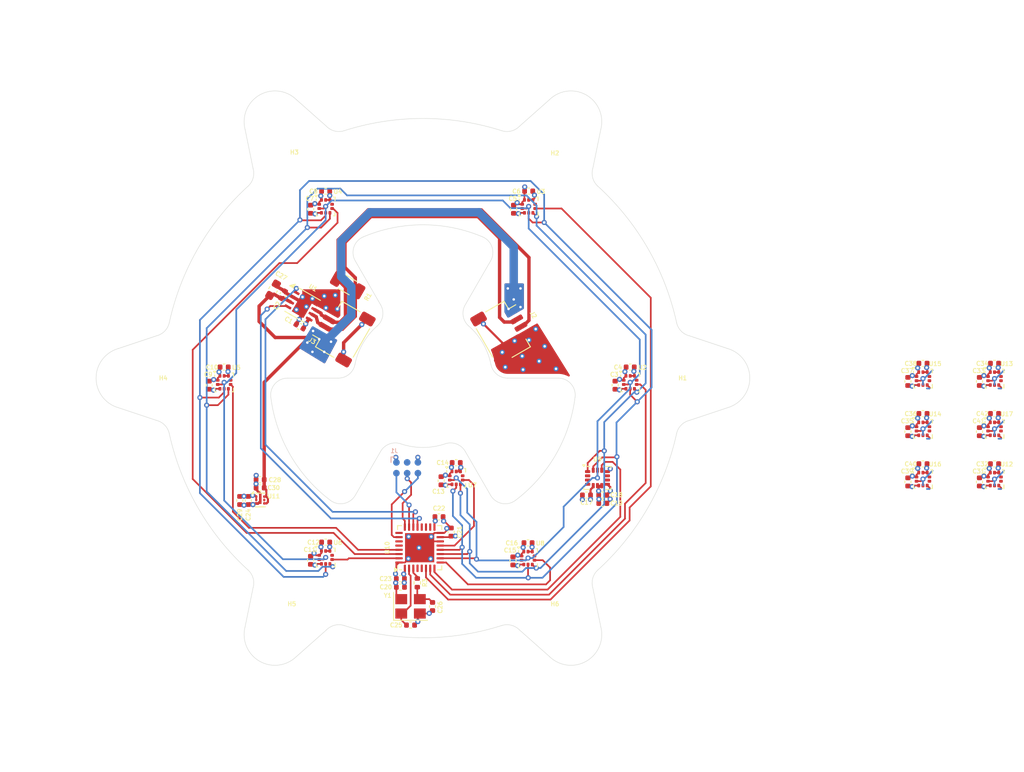
<source format=kicad_pcb>
(kicad_pcb (version 20240108) (generator "pcbnew") (generator_version "8.0")
  (layers (0 "F.Cu" signal) (1 "In1.Cu" signal) (2 "In2.Cu" signal) (31 "B.Cu" signal) (34 "B.Paste" user) (35 "F.Paste" user) (36 "B.SilkS" user "B.Silkscreen") (37 "F.SilkS" user "F.Silkscreen") (38 "B.Mask" user) (39 "F.Mask" user) (44 "Edge.Cuts" user))
  (net 0 "")
  (net 1 "+3V3")
  (net 2 "GND")
  (net 3 "+5V")
  (net 5 "/XTALI")
  (net 6 "/XTALR")
  (net 7 "/SWDIO")
  (net 8 "/SWCLK")
  (net 9 "/SWO")
  (net 10 "/CANH")
  (net 11 "/CANL")
  (net 12 "/CS8")
  (net 13 "/XTALO")
  (net 14 "/CNTX")
  (net 15 "/CNRX")
  (net 16 "/MOSI")
  (net 17 "/CS1")
  (net 19 "/MISO")
  (net 20 "/SCK")
  (net 21 "/CS2")
  (net 23 "/CS3")
  (net 26 "/CS4")
  (net 28 "/CS5")
  (net 29 "/CS6")
  (net 37 "/CS7")
  (net 39 "/CS13")
  (net 40 "/CS9")
  (net 41 "/CS12")
  (net 42 "/CS10")
  (net 43 "/CS11")
  (footprint "Connector_JST:JST_SH_SM04B-SRSS-TB_1x04-1MP_P1.00mm_Horizontal" (layer "F.Cu") (at 121.599995 99.499997 -60)
    (property "Reference" "J2")
    (property "Value" "Conn_01x04_MountingPin")
  )
  (footprint "Package_LGA:LGA-14_3x2.5mm_P0.5mm_LayoutBorder3x4y" (layer "F.Cu") (at 132.633008 116.799739)
    (property "Reference" "U9")
    (property "Value" "ICM-42688-P")
  )
  (footprint "Resistor_SMD:R_1206_3216Metric" (layer "F.Cu") (at 103.099995 93.999997 150)
    (property "Reference" "R1")
    (property "Value" "120")
  )
  (footprint "Capacitor_SMD:C_0402_1005Metric" (layer "F.Cu") (at 171.112 109.1975)
    (property "Reference" "C36")
    (property "Value" "100n")
  )
  (footprint "Package_LGA:ST_HLGA-10_2x2mm_P0.5mm_LayoutBorder3x2y" (layer "F.Cu") (at 171.112 110.9975)
    (property "Reference" "U14")
    (property "Value" "LPS22HH")
  )
  (footprint "Capacitor_SMD:C_0402_1005Metric" (layer "F.Cu") (at 97.432115 98.898331 150)
    (property "Reference" "C1")
    (property "Value" "100n")
  )
  (footprint "Capacitor_SMD:C_0402_1005Metric" (layer "F.Cu") (at 122.722739 85.036078 -90)
    (property "Reference" "C5")
    (property "Value" "4u7")
  )
  (footprint "Capacitor_SMD:C_0402_1005Metric" (layer "F.Cu") (at 179.572 103.2575)
    (property "Reference" "C34")
    (property "Value" "100n")
  )
  (footprint "Capacitor_SMD:C_0402_1005Metric" (layer "F.Cu") (at 100.499995 124.399997)
    (property "Reference" "C12")
    (property "Value" "100n")
  )
  (footprint "Package_LGA:ST_HLGA-10_2x2mm_P0.5mm_LayoutBorder3x2y" (layer "F.Cu") (at 171.112 105.0575)
    (property "Reference" "U15")
    (property "Value" "LPS22HH")
  )
  (footprint "Capacitor_SMD:C_0402_1005Metric" (layer "F.Cu") (at 91.353078 119.46781 -90)
    (property "Reference" "C24")
    (property "Value" "100n")
  )
  (footprint "Crystal:Crystal_SMD_3225-4Pin_3.2x2.5mm" (layer "F.Cu") (at 110.533008 131.981564)
    (property "Reference" "Y1")
    (property "Value" "16MHz")
  )
  (footprint "Capacitor_SMD:C_0402_1005Metric" (layer "F.Cu") (at 179.572 109.1975)
    (property "Reference" "C42")
    (property "Value" "100n")
  )
  (footprint "Package_LGA:ST_HLGA-10_2x2mm_P0.5mm_LayoutBorder3x2y" (layer "F.Cu") (at 179.572 105.0575)
    (property "Reference" "U13")
    (property "Value" "LPS22HH")
  )
  (footprint "Capacitor_SMD:C_0402_1005Metric" (layer "F.Cu") (at 177.794742 111.333581 -90)
    (property "Reference" "C41")
    (property "Value" "4u7")
  )
  (footprint "Package_SON:HVSON-8-1EP_3x3mm_P0.65mm_EP1.6x2.4mm" (layer "F.Cu") (at 97.781758 96.456454 -30)
    (property "Reference" "U1")
    (property "Value" "TJA1044GTK/3")
  )
  (footprint "Capacitor_SMD:C_0402_1005Metric" (layer "F.Cu") (at 88.499995 103.699997)
    (property "Reference" "C10")
    (property "Value" "100n")
  )
  (footprint "MountingHole:MountingHole_3.2mm_M3" (layer "F.Cu") (at 76.999995 104.999997)
    (property "Reference" "H4")
    (property "Value" "MountingHole")
  )
  (footprint "Capacitor_SMD:C_0402_1005Metric" (layer "F.Cu") (at 133.259163 118.829761 180)
    (property "Reference" "C18")
    (property "Value" "100n")
  )
  (footprint "Capacitor_SMD:C_0402_1005Metric" (layer "F.Cu") (at 98.722739 85.036078 -90)
    (property "Reference" "C7")
    (property "Value" "4u7")
  )
  (footprint "Capacitor_SMD:C_0402_1005Metric" (layer "F.Cu") (at 90.353078 119.46781 -90)
    (property "Reference" "C29")
    (property "Value" "2u2")
  )
  (footprint "Capacitor_SMD:C_0402_1005Metric" (layer "F.Cu") (at 122.647739 126.611078 -90)
    (property "Reference" "C15")
    (property "Value" "4u7")
  )
  (footprint "Package_LGA:ST_HLGA-10_2x2mm_P0.5mm_LayoutBorder3x2y" (layer "F.Cu") (at 179.572 110.9975)
    (property "Reference" "U17")
    (property "Value" "LPS22HH")
  )
  (footprint "MountingHole:MountingHole_3.2mm_M3" (layer "F.Cu") (at 129.499995 74.499997)
    (property "Reference" "H2")
    (property "Value" "MountingHole")
  )
  (footprint "Capacitor_SMD:C_0402_1005Metric" (layer "F.Cu") (at 98.722739 126.536078 -90)
    (property "Reference" "C11")
    (property "Value" "4u7")
  )
  (footprint "Package_LGA:ST_HLGA-10_2x2mm_P0.5mm_LayoutBorder3x2y" (layer "F.Cu") (at 115.933008 116.799739)
    (property "Reference" "U7")
    (property "Value" "LPS22HH")
  )
  (footprint "Capacitor_SMD:C_0402_1005Metric" (layer "F.Cu") (at 110.533008 134.199739 180)
    (property "Reference" "C25")
    (property "Value" "10p")
  )
  (footprint "Capacitor_SMD:C_0402_1005Metric" (layer "F.Cu") (at 115.933008 114.999739)
    (property "Reference" "C14")
    (property "Value" "100n")
  )
  (footprint "Capacitor_SMD:C_0402_1005Metric" (layer "F.Cu") (at 177.794742 105.393581 -90)
    (property "Reference" "C33")
    (property "Value" "4u7")
  )
  (footprint "Capacitor_SMD:C_0402_1005Metric" (layer "F.Cu") (at 124.424996 124.474997)
    (property "Reference" "C16")
    (property "Value" "100n")
  )
  (footprint "Package_LGA:ST_HLGA-10_2x2mm_P0.5mm_LayoutBorder3x2y" (layer "F.Cu") (at 88.499995 105.499996)
    (property "Reference" "U5")
    (property "Value" "LPS22HH")
  )
  (footprint "Capacitor_SMD:C_0402_1005Metric" (layer "F.Cu") (at 92.753078 117 180)
    (property "Reference" "C28")
    (property "Value" "4u7")
  )
  (footprint "Connector_JST:JST_SH_SM04B-SRSS-TB_1x04-1MP_P1.00mm_Horizontal" (layer "F.Cu") (at 102.399995 99.499997 60)
    (property "Reference" "J3")
    (property "Value" "Conn_01x04_MountingPin")
  )
  (footprint "Package_LGA:ST_HLGA-10_2x2mm_P0.5mm_LayoutBorder3x2y" (layer "F.Cu") (at 171.112 116.9375)
    (property "Reference" "U16")
    (property "Value" "LPS22HH")
  )
  (footprint "Capacitor_SMD:C_0603_1608Metric" (layer "F.Cu") (at 94.281758 94.556454 60)
    (property "Reference" "C27")
    (property "Value" "10u")
  )
  (footprint "Capacitor_SMD:C_0402_1005Metric" (layer "F.Cu") (at 171.112 115.1375)
    (property "Reference" "C40")
    (property "Value" "100n")
  )
  (footprint "Package_DFN_QFN:DFN-6-1EP_1.2x1.2mm_P0.4mm_EP0.3x0.94mm_PullBack" (layer "F.Cu") (at 92.768079 119.40781)
    (property "Reference" "U11")
    (property "Value" "NCP176")
  )
  (footprint "Capacitor_SMD:C_0402_1005Metric" (layer "F.Cu") (at 115.333008 123.199739 90)
    (property "Reference" "C21")
    (property "Value" "100n")
  )
  (footprint "MountingHole:MountingHole_3.2mm_M3" (layer "F.Cu") (at 129.499995 135.499997)
    (property "Reference" "H6")
    (property "Value" "MountingHole")
  )
  (footprint "Capacitor_SMD:C_0402_1005Metric" (layer "F.Cu") (at 109.337224 129.715331 180)
    (property "Reference" "C20")
    (property "Value" "10u")
  )
  (footprint "Capacitor_SMD:C_0402_1005Metric" (layer "F.Cu") (at 124.499996 82.899997)
    (property "Reference" "C6")
    (property "Value" "100n")
  )
  (footprint "Capacitor_SMD:C_0402_1005Metric" (layer "F.Cu") (at 133.266021 119.799481 180)
    (property "Reference" "C19")
    (property "Value" "2u2")
  )
  (footprint "Capacitor_SMD:C_0402_1005Metric" (layer "F.Cu") (at 114.15575 117.13582 -90)
    (property "Reference" "C13")
    (property "Value" "4u7")
  )
  (footprint "Package_LGA:ST_HLGA-10_2x2mm_P0.5mm_LayoutBorder3x2y" (layer "F.Cu") (at 179.572 116.9375)
    (property "Reference" "U12")
    (property "Value" "LPS22HH")
  )
  (footprint "Capacitor_SMD:C_0402_1005Metric" (layer "F.Cu") (at 113.133008 131.999739 90)
    (property "Reference" "C26")
    (property "Value" "10p")
  )
  (footprint "Capacitor_SMD:C_0402_1005Metric" (layer "F.Cu") (at 86.722738 105.836078 -90)
    (property "Reference" "C9")
    (property "Value" "4u7")
  )
  (footprint "Capacitor_SMD:C_0402_1005Metric" (layer "F.Cu") (at 171.112 103.2575)
    (property "Reference" "C38")
    (property "Value" "100n")
  )
  (footprint "Capacitor_SMD:C_0402_1005Metric" (layer "F.Cu") (at 131.331798 118.837667 180)
    (property "Reference" "C17")
    (property "Value" "100n")
  )
  (footprint "Package_LGA:ST_HLGA-10_2x2mm_P0.5mm_LayoutBorder3x2y" (layer "F.Cu") (at 136.499996 105.499997)
    (property "Reference" "U2")
    (property "Value" "LPS22HH")
  )
  (footprint "Capacitor_SMD:C_0402_1005Metric" (layer "F.Cu") (at 179.572 115.1375)
    (property "Reference" "C32")
    (property "Value" "100n")
  )
  (footprint "MountingHole:MountingHole_3.2mm_M3" (layer "F.Cu") (at 94.499995 135.499997)
    (property "Reference" "H5")
    (property "Value" "MountingHole")
  )
  (footprint "Capacitor_SMD:C_0402_1005Metric" (layer "F.Cu") (at 136.499996 103.699997)
    (property "Reference" "C4")
    (property "Value" "100n")
  )
  (footprint "Package_DFN_QFN:QFN-32-1EP_5x5mm_P0.5mm_EP3.45x3.45mm" (layer "F.Cu") (at 111.609995 125.049998 90)
    (property "Reference" "U10")
    (property "Value" "STM32G431KBUx")
  )
  (footprint "MountingHole:MountingHole_3.2mm_M3" (layer "F.Cu") (at 146.999995 104.999997)
    (property "Reference" "H1")
    (property "Value" "MountingHole")
  )
  (footprint "Package_LGA:ST_HLGA-10_2x2mm_P0.5mm_LayoutBorder3x2y" (layer "F.Cu") (at 124.424996 126.274997)
    (property "Reference" "U8")
    (property "Value" "LPS22HH")
  )
  (footprint "Capacitor_SMD:C_0402_1005Metric" (layer "F.Cu") (at 169.334742 105.393581 -90)
    (property "Reference" "C37")
    (property "Value" "4u7")
  )
  (footprint "Capacitor_SMD:C_0402_1005Metric" (layer "F.Cu") (at 100.499995 82.899997)
    (property "Reference" "C8")
    (property "Value" "100n")
  )
  (footprint "Capacitor_SMD:C_0402_1005Metric" (layer "F.Cu") (at 109.333008 128.70853 180)
    (property "Reference" "C23")
    (property "Value" "100n")
  )
  (footprint "Capacitor_SMD:C_0402_1005Metric" (layer "F.Cu") (at 177.794742 117.273581 -90)
    (property "Reference" "C31")
    (property "Value" "4u7")
  )
  (footprint "Capacitor_SMD:C_0402_1005Metric" (layer "F.Cu") (at 169.334742 111.333581 -90)
    (property "Reference" "C35")
    (property "Value" "4u7")
  )
  (footprint "Package_LGA:ST_HLGA-10_2x2mm_P0.5mm_LayoutBorder3x2y" (layer "F.Cu") (at 100.499995 84.699997)
    (property "Reference" "U4")
    (property "Value" "LPS22HH")
  )
  (footprint "Resistor_SMD:R_0402_1005Metric" (layer "F.Cu") (at 111.333008 129.199739 90)
    (property "Reference" "R3")
    (property "Value" "510")
  )
  (footprint "MountingHole:MountingHole_3.2mm_M3" (layer "F.Cu") (at 94.499996 74.499997)
    (property "Reference" "H3")
    (property "Value" "MountingHole")
  )
  (footprint "Capacitor_SMD:C_0402_1005Metric" (layer "F.Cu") (at 134.722738 105.836078 -90)
    (property "Reference" "C3")
    (property "Value" "4u7")
  )
  (footprint "Capacitor_SMD:C_0402_1005Metric" (layer "F.Cu") (at 92.753078 117.96781 180)
    (property "Reference" "C30")
    (property "Value" "100n")
  )
  (footprint "Capacitor_SMD:C_0402_1005Metric" (layer "F.Cu") (at 113.899996 121.399739)
    (property "Reference" "C22")
    (property "Value" "100n")
  )
  (footprint "Package_LGA:ST_HLGA-10_2x2mm_P0.5mm_LayoutBorder3x2y" (layer "F.Cu") (at 124.499996 84.699997)
    (property "Reference" "U3")
    (property "Value" "LPS22HH")
  )
  (footprint "Capacitor_SMD:C_0402_1005Metric" (layer "F.Cu") (at 95.456624 95.145231 -120)
    (property "Reference" "C2")
    (property "Value" "100n")
  )
  (footprint "Package_LGA:ST_HLGA-10_2x2mm_P0.5mm_LayoutBorder3x2y" (layer "F.Cu") (at 100.499995 126.199997)
    (property "Reference" "U6")
    (property "Value" "LPS22HH")
  )
  (footprint "Capacitor_SMD:C_0402_1005Metric" (layer "F.Cu") (at 169.334742 117.273581 -90)
    (property "Reference" "C39")
    (property "Value" "4u7")
  )
  (footprint "Connector:Tag-Connect_TC2030-IDC-NL_2x03_P1.27mm_Vertical" (layer "B.Cu") (at 110.133008 115.6)
    (property "Reference" "J1")
    (property "Value" "Conn_ARM_SWD_TagConnect_TC2030-NL")
  )
  (gr_arc (start 119.045388 88.30088) (mid 120.163899 89.506913) (end 119.999996 91.143591) (stroke (width 0.05)) (layer "Edge.Cuts"))
  (gr_arc (start 102.687613 75.751566) (mid 101.558154 75.786168) (end 100.580123 75.22019) (stroke (width 0.05)) (layer "Edge.Cuts"))
  (gr_arc (start 103.961157 103.392229) (mid 103.267973 104.54668) (end 101.999995 104.999997) (stroke (width 0.05)) (layer "Edge.Cuts"))
  (gr_line (start 106.999995 96.339743) (end 103.999995 91.143591) (stroke (width 0.05)) (layer "Edge.Cuts"))
  (gr_line (start 97.031079 137.926914) (end 100.580119 134.779806) (stroke (width 0.05)) (layer "Edge.Cuts"))
  (gr_arc (start 114.627048 112.76572) (mid 115.973422 112.788811) (end 116.999995 113.660251) (stroke (width 0.05)) (layer "Edge.Cuts"))
  (gr_arc (start 143.500004 99.999994) (mid 142.520837 99.435983) (end 141.986074 98.440542) (stroke (width 0.05)) (layer "Edge.Cuts"))
  (gr_arc (start 126.968911 72.07308) (mid 131.320024 71.53673) (end 133.031082 75.573081) (stroke (width 0.05)) (layer "Edge.Cuts"))
  (gr_line (start 97.031082 72.073083) (end 100.580122 75.220191) (stroke (width 0.05)) (layer "Edge.Cuts"))
  (gr_arc (start 133.031084 134.426917) (mid 131.32002 138.463266) (end 126.968908 137.926911) (stroke (width 0.05)) (layer "Edge.Cuts"))
  (gr_arc (start 101.060834 119.451045) (mid 96.303705 114.062255) (end 94.015439 107.248066) (stroke (width 0.05)) (layer "Edge.Cuts"))
  (gr_arc (start 148 101.5) (mid 150.640048 104.999999) (end 147.999996 108.499995) (stroke (width 0.05)) (layer "Edge.Cuts"))
  (gr_arc (start 121.312378 134.248431) (mid 111.999994 135.695133) (end 102.68761 134.248431) (stroke (width 0.05)) (layer "Edge.Cuts"))
  (gr_line (start 106.999995 113.660251) (end 103.999995 118.856403) (stroke (width 0.05)) (layer "Edge.Cuts"))
  (gr_arc (start 97.031079 137.926914) (mid 92.679966 138.463264) (end 90.968908 134.426913) (stroke (width 0.05)) (layer "Edge.Cuts"))
  (gr_line (start 133.031082 75.573081) (end 132.080127 80.220194) (stroke (width 0.05)) (layer "Edge.Cuts"))
  (gr_line (start 126.968911 72.07308) (end 123.419871 75.220188) (stroke (width 0.05)) (layer "Edge.Cuts"))
  (gr_line (start 75.999995 101.499999) (end 80.49999 99.999994) (stroke (width 0.05)) (layer "Edge.Cuts"))
  (gr_line (start 90.968906 75.573077) (end 91.919862 80.22019) (stroke (width 0.05)) (layer "Edge.Cuts"))
  (gr_arc (start 82.01392 98.440541) (mid 81.479157 99.435982) (end 80.49999 99.999993) (stroke (width 0.05)) (layer "Edge.Cuts"))
  (gr_line (start 90.968908 134.426913) (end 91.919863 129.7798) (stroke (width 0.05)) (layer "Edge.Cuts"))
  (gr_arc (start 117.411782 98.842042) (mid 116.758589 97.664502) (end 116.999995 96.339743) (stroke (width 0.05)) (layer "Edge.Cuts"))
  (gr_line (start 121.999995 104.999997) (end 127.999995 104.999997) (stroke (width 0.05)) (layer "Edge.Cuts"))
  (gr_arc (start 103.999995 118.856403) (mid 102.664542 119.816686) (end 101.060832 119.451045) (stroke (width 0.05)) (layer "Edge.Cuts"))
  (gr_arc (start 122.939158 119.451045) (mid 121.335449 119.816686) (end 119.999996 118.856403) (stroke (width 0.05)) (layer "Edge.Cuts"))
  (gr_arc (start 106.999995 96.339743) (mid 107.241401 97.664502) (end 106.588208 98.842042) (stroke (width 0.05)) (layer "Edge.Cuts"))
  (gr_arc (start 91.326302 127.688972) (mid 91.920998 128.649811) (end 91.919862 129.7798) (stroke (width 0.05)) (layer "Edge.Cuts"))
  (gr_arc (start 121.312377 134.248428) (mid 122.441836 134.213826) (end 123.419867 134.779804) (stroke (width 0.05)) (layer "Edge.Cuts"))
  (gr_arc (start 91.919861 80.22019) (mid 91.921 81.35018) (end 91.326301 82.311018) (stroke (width 0.05)) (layer "Edge.Cuts"))
  (gr_arc (start 100.58012 134.779807) (mid 101.558151 134.213825) (end 102.68761 134.248431) (stroke (width 0.05)) (layer "Edge.Cuts"))
  (gr_arc (start 75.99999 108.499994) (mid 73.359942 104.999994) (end 75.999995 101.499999) (stroke (width 0.05)) (layer "Edge.Cuts"))
  (gr_line (start 126.968908 137.926911) (end 123.419868 134.779803) (stroke (width 0.05)) (layer "Edge.Cuts"))
  (gr_line (start 133.031084 134.426917) (end 132.080128 129.779804) (stroke (width 0.05)) (layer "Edge.Cuts"))
  (gr_arc (start 103.999995 91.143591) (mid 103.836092 89.506913) (end 104.954602 88.30088) (stroke (width 0.05)) (layer "Edge.Cuts"))
  (gr_arc (start 132.673688 82.311022) (mid 132.078992 81.350183) (end 132.080128 80.220194) (stroke (width 0.05)) (layer "Edge.Cuts"))
  (gr_arc (start 90.968906 75.573077) (mid 92.67997 71.536728) (end 97.031082 72.073083) (stroke (width 0.05)) (layer "Edge.Cuts"))
  (gr_line (start 147.999996 108.499995) (end 143.5 110) (stroke (width 0.05)) (layer "Edge.Cuts"))
  (gr_arc (start 127.999995 104.999997) (mid 129.499351 105.676392) (end 129.984551 107.248066) (stroke (width 0.05)) (layer "Edge.Cuts"))
  (gr_line (start 116.999995 113.660251) (end 119.999996 118.856403) (stroke (width 0.05)) (layer "Edge.Cuts"))
  (gr_arc (start 141.986073 111.559454) (mid 138.582762 120.347566) (end 132.673689 127.688976) (stroke (width 0.05)) (layer "Edge.Cuts"))
  (gr_arc (start 114.627048 112.76572) (mid 111.999998 113.198037) (end 109.372947 112.765721) (stroke (width 0.05)) (layer "Edge.Cuts"))
  (gr_line (start 148 101.5) (end 143.500004 99.999995) (stroke (width 0.05)) (layer "Edge.Cuts"))
  (gr_arc (start 106.999995 113.660251) (mid 108.026567 112.788808) (end 109.372943 112.76572) (stroke (width 0.05)) (layer "Edge.Cuts"))
  (gr_arc (start 129.984552 107.248065) (mid 127.696287 114.062255) (end 122.939158 119.451045) (stroke (width 0.05)) (layer "Edge.Cuts"))
  (gr_arc (start 91.3263 127.688974) (mid 85.417227 120.347564) (end 82.013916 111.559452) (stroke (width 0.05)) (layer "Edge.Cuts"))
  (gr_arc (start 132.67369 82.31102) (mid 138.582763 89.65243) (end 141.986074 98.440542) (stroke (width 0.05)) (layer "Edge.Cuts"))
  (gr_arc (start 82.013917 98.44054) (mid 85.417228 89.652428) (end 91.326301 82.311018) (stroke (width 0.05)) (layer "Edge.Cuts"))
  (gr_arc (start 141.98607 111.559453) (mid 142.520833 110.564012) (end 143.5 110.000001) (stroke (width 0.05)) (layer "Edge.Cuts"))
  (gr_line (start 75.99999 108.499994) (end 80.499986 109.999999) (stroke (width 0.05)) (layer "Edge.Cuts"))
  (gr_line (start 116.999995 96.339743) (end 119.999996 91.143591) (stroke (width 0.05)) (layer "Edge.Cuts"))
  (gr_line (start 101.999995 104.999997) (end 95.999995 104.999997) (stroke (width 0.05)) (layer "Edge.Cuts"))
  (gr_arc (start 104.954601 88.300881) (mid 111.999994 86.875482) (end 119.045388 88.30088) (stroke (width 0.05)) (layer "Edge.Cuts"))
  (gr_arc (start 94.015439 107.248066) (mid 94.500639 105.676393) (end 95.999995 104.999997) (stroke (width 0.05)) (layer "Edge.Cuts"))
  (gr_arc (start 132.080129 129.779804) (mid 132.07899 128.649814) (end 132.673689 127.688976) (stroke (width 0.05)) (layer "Edge.Cuts"))
  (gr_arc (start 121.999995 104.999997) (mid 120.732017 104.546681) (end 120.038834 103.392229) (stroke (width 0.05)) (layer "Edge.Cuts"))
  (gr_arc (start 80.499986 110) (mid 81.479156 110.564009) (end 82.013916 111.559452) (stroke (width 0.05)) (layer "Edge.Cuts"))
  (gr_arc (start 102.687612 75.751563) (mid 111.999996 74.304861) (end 121.31238 75.751563) (stroke (width 0.05)) (layer "Edge.Cuts"))
  (gr_arc (start 117.411782 98.842042) (mid 119.099704 100.900976) (end 120.038834 103.392226) (stroke (width 0.05)) (layer "Edge.Cuts"))
  (gr_arc (start 123.41987 75.220187) (mid 122.441839 75.786169) (end 121.31238 75.751563) (stroke (width 0.05)) (layer "Edge.Cuts"))
  (gr_arc (start 103.961157 103.392229) (mid 104.900285 100.900979) (end 106.588206 98.842045) (stroke (width 0.05)) (layer "Edge.Cuts"))
  (segment (start 170.611999 116.175) (end 170.612 115.1575) (width 0.2) (layer "F.Cu") (net 1))
  (segment (start 177.900824 116.6875) (end 178.809499 116.6875) (width 0.2) (layer "F.Cu") (net 1))
  (segment (start 133.746021 119.799481) (end 134.133008 119.412494) (width 0.254) (layer "F.Cu") (net 1))
  (segment (start 178.809499 116.6875) (end 178.809499 116.4375) (width 0.2) (layer "F.Cu") (net 1))
  (segment (start 115.433007 116.037239) (end 115.433007 115.019739) (width 0.2) (layer "F.Cu") (net 1))
  (segment (start 109.817224 128.712746) (end 109.813008 128.70853) (width 0.2) (layer "F.Cu") (net 1))
  (segment (start 115.170507 116.299739) (end 115.433007 116.037239) (width 0.2) (layer "F.Cu") (net 1))
  (segment (start 109.859995 128.030303) (end 109.723501 128.166797) (width 0.2) (layer "F.Cu") (net 1))
  (segment (start 169.440824 110.7475) (end 170.349499 110.7475) (width 0.2) (layer "F.Cu") (net 1))
  (segment (start 134.133008 119.412494) (end 134.133008 119.223606) (width 0.254) (layer "F.Cu") (net 1))
  (segment (start 169.334742 116.79358) (end 169.440824 116.6875) (width 0.2) (layer "F.Cu") (net 1))
  (segment (start 123.924995 125.512497) (end 123.924995 124.494997) (width 0.2) (layer "F.Cu") (net 1))
  (segment (start 123.924995 124.494997) (end 123.944996 124.474997) (width 0.2) (layer "F.Cu") (net 1))
  (segment (start 170.349499 116.4375) (end 170.611999 116.175) (width 0.2) (layer "F.Cu") (net 1))
  (segment (start 115.212749 123.799998) (end 115.333008 123.679739) (width 0.2) (layer "F.Cu") (net 1))
  (segment (start 98.722738 84.556078) (end 98.828819 84.449997) (width 0.2) (layer "F.Cu") (net 1))
  (segment (start 113.359995 122.612498) (end 113.359995 121.45974) (width 0.2) (layer "F.Cu") (net 1))
  (segment (start 134.15678 117.911011) (end 133.795508 117.549739) (width 0.254) (layer "F.Cu") (net 1))
  (segment (start 98.479151 98.044811) (end 98.549995 98.025829) (width 0.4) (layer "F.Cu") (net 1))
  (segment (start 178.809499 104.8075) (end 178.809499 104.5575) (width 0.2) (layer "F.Cu") (net 1))
  (segment (start 113.359995 121.45974) (end 113.419996 121.399739) (width 0.2) (layer "F.Cu") (net 1))
  (segment (start 114.047495 123.799998) (end 115.212749 123.799998) (width 0.2) (layer "F.Cu") (net 1))
  (segment (start 179.071999 110.235) (end 179.072 109.2175) (width 0.2) (layer "F.Cu") (net 1))
  (segment (start 99.999995 125.687497) (end 99.999995 125.437497) (width 0.2) (layer "F.Cu") (net 1))
  (segment (start 132.133008 117.857451) (end 132.133008 117.712239) (width 0.254) (layer "F.Cu") (net 1))
  (segment (start 135.737495 105.249997) (end 135.737495 104.999997) (width 0.2) (layer "F.Cu") (net 1))
  (segment (start 179.072 109.2175) (end 179.091999 109.1975) (width 0.2) (layer "F.Cu") (net 1))
  (segment (start 178.809499 104.5575) (end 179.071999 104.295) (width 0.2) (layer "F.Cu") (net 1))
  (segment (start 169.334742 110.85358) (end 169.440824 110.7475) (width 0.2) (layer "F.Cu") (net 1))
  (segment (start 109.817224 129.715331) (end 109.817224 128.712746) (width 0.2) (layer "F.Cu") (net 1))
  (segment (start 123.737495 84.199996) (end 123.999995 83.937497) (width 0.2) (layer "F.Cu") (net 1))
  (segment (start 170.612 115.1575) (end 170.631999 115.1375) (width 0.2) (layer "F.Cu") (net 1))
  (segment (start 179.072 103.2775) (end 179.091999 103.2575) (width 0.2) (layer "F.Cu") (net 1))
  (segment (start 114.15575 116.65582) (end 114.4782 116.65582) (width 0.2) (layer "F.Cu") (net 1))
  (segment (start 115.826825 123.679739) (end 115.839883 123.666681) (width 0.2) (layer "F.Cu") (net 1))
  (segment (start 169.334742 104.91358) (end 169.440824 104.8075) (width 0.2) (layer "F.Cu") (net 1))
  (segment (start 86.828819 105.249997) (end 87.737495 105.249997) (width 0.2) (layer "F.Cu") (net 1))
  (segment (start 131.811798 118.837667) (end 131.811798 118.178661) (width 0.254) (layer "F.Cu") (net 1))
  (segment (start 131.811798 119.333485) (end 131.809012 119.336271) (width 0.254) (layer "F.Cu") (net 1))
  (segment (start 170.349499 104.8075) (end 170.349499 104.5575) (width 0.2) (layer "F.Cu") (net 1))
  (segment (start 177.900824 104.8075) (end 178.809499 104.8075) (width 0.2) (layer "F.Cu") (net 1))
  (segment (start 133.739163 118.742652) (end 134.15678 118.325035) (width 0.254) (layer "F.Cu") (net 1))
  (segment (start 131.811798 118.178661) (end 132.133008 117.857451) (width 0.254) (layer "F.Cu") (net 1))
  (segment (start 179.072 115.1575) (end 179.091999 115.1375) (width 0.2) (layer "F.Cu") (net 1))
  (segment (start 123.737495 84.449997) (end 123.737495 84.199996) (width 0.2) (layer "F.Cu") (net 1))
  (segment (start 115.433007 115.019739) (end 115.453007 114.999739) (width 0.2) (layer "F.Cu") (net 1))
  (segment (start 91.744286 118.98781) (end 91.353078 118.98781) (width 0.254) (layer "F.Cu") (net 1))
  (segment (start 86.722739 105.356078) (end 86.828819 105.249997) (width 0.2) (layer "F.Cu") (net 1))
  (segment (start 122.722739 84.556078) (end 122.828819 84.449997) (width 0.2) (layer "F.Cu") (net 1))
  (segment (start 87.737495 104.999997) (end 87.999996 104.737497) (width 0.2) (layer "F.Cu") (net 1))
  (segment (start 135.999996 103.719997) (end 136.019995 103.699997) (width 0.2) (layer "F.Cu") (net 1))
  (segment (start 109.859995 127.487498) (end 109.859995 128.030303) (width 0.2) (layer "F.Cu") (net 1))
  (segment (start 170.349499 104.5575) (end 170.611999 104.295) (width 0.2) (layer "F.Cu") (net 1))
  (segment (start 99.999995 83.937497) (end 99.999995 82.919997) (width 0.2) (layer "F.Cu") (net 1))
  (segment (start 92.293079 119.40781) (end 92.293079 119.00781) (width 0.2) (layer "F.Cu") (net 1))
  (segment (start 115.170507 116.549739) (end 115.170507 116.299739) (width 0.2) (layer "F.Cu") (net 1))
  (segment (start 170.612 103.2775) (end 170.631999 103.2575) (width 0.2) (layer "F.Cu") (net 1))
  (segment (start 179.071999 104.295) (end 179.072 103.2775) (width 0.2) (layer "F.Cu") (net 1))
  (segment (start 123.662496 126.024997) (end 123.662496 125.774998) (width 0.2) (layer "F.Cu") (net 1))
  (segment (start 99.373759 125.949997) (end 99.127573 125.703811) (width 0.2) (layer "F.Cu") (net 1))
  (segment (start 177.794742 104.91358) (end 177.900824 104.8075) (width 0.2) (layer "F.Cu") (net 1))
  (segment (start 134.133008 119.223606) (end 133.739163 118.829761) (width 0.254) (layer "F.Cu") (net 1))
  (segment (start 91.353078 118.98781) (end 90.353078 118.98781) (width 0.254) (layer "F.Cu") (net 1))
  (segment (start 122.828819 84.449997) (end 123.737495 84.449997) (width 0.2) (layer "F.Cu") (net 1))
  (segment (start 98.722739 126.056078) (end 98.82882 125.949997) (width 0.2) (layer "F.Cu") (net 1))
  (segment (start 109.813008 128.70853) (end 109.813008 128.256304) (width 0.2) (layer "F.Cu") (net 1))
  (segment (start 87.999996 103.719997) (end 88.019995 103.699997) (width 0.2) (layer "F.Cu") (net 1))
  (segment (start 179.071999 116.175) (end 179.072 115.1575) (width 0.2) (layer "F.Cu") (net 1))
  (segment (start 170.349499 110.4975) (end 170.611999 110.235) (width 0.2) (layer "F.Cu") (net 1))
  (segment (start 92.156267 118.870998) (end 92.293079 119.00781) (width 0.254) (layer "F.Cu") (net 1))
  (segment (start 170.612 109.2175) (end 170.631999 109.1975) (width 0.2) (layer "F.Cu") (net 1))
  (segment (start 133.739163 118.829761) (end 134.15678 118.412144) (width 0.254) (layer "F.Cu") (net 1))
  (segment (start 131.811798 118.837667) (end 131.811798 119.333485) (width 0.254) (layer "F.Cu") (net 1))
  (segment (start 124.019996 82.899997) (end 124.019996 82.412751) (width 0.2) (layer "F.Cu") (net 1))
  (segment (start 177.794742 110.85358) (end 177.900824 110.7475) (width 0.2) (layer "F.Cu") (net 1))
  (segment (start 170.611999 104.295) (end 170.612 103.2775) (width 0.2) (layer "F.Cu") (net 1))
  (segment (start 98.775306 126.056078) (end 99.127573 125.703811) (width 0.2) (layer "F.Cu") (net 1))
  (segment (start 99.737495 125.949997) (end 99.999995 125.687497) (width 0.2) (layer "F.Cu") (net 1))
  (segment (start 87.737495 105.249997) (end 87.737495 104.999997) (width 0.2) (layer "F.Cu") (net 1))
  (segment (start 91.861098 118.870998) (end 91.744286 118.98781) (width 0.254) (layer "F.Cu") (net 1))
  (segment (start 134.15678 118.412144) (end 134.15678 117.911011) (width 0.254) (layer "F.Cu") (net 1))
  (segment (start 109.813008 128.256304) (end 109.723501 128.166797) (width 0.2) (layer "F.Cu") (net 1))
  (segment (start 133.739163 118.829761) (end 133.739163 118.742652) (width 0.254) (layer "F.Cu") (net 1))
  (segment (start 99.737495 84.449997) (end 99.737496 84.199997) (width 0.2) (layer "F.Cu") (net 1))
  (segment (start 178.809499 110.4975) (end 179.071999 110.235) (width 0.2) (layer "F.Cu") (net 1))
  (segment (start 99.999995 82.919997) (end 100.019996 82.899997) (width 0.2) (layer "F.Cu") (net 1))
  (segment (start 97.847807 99.138331) (end 98.479151 98.044811) (width 0.4) (layer "F.Cu") (net 1))
  (segment (start 178.809499 116.4375) (end 179.071999 116.175) (width 0.2) (layer "F.Cu") (net 1))
  (segment (start 98.828819 84.449997) (end 99.737495 84.449997) (width 0.2) (layer "F.Cu") (net 1))
  (segment (start 114.15575 116.65582) (end 114.261831 116.549739) (width 0.2) (layer "F.Cu") (net 1))
  (segment (start 134.722738 105.356077) (end 134.82882 105.249997) (width 0.2) (layer "F.Cu") (net 1))
  (segment (start 134.82882 105.249997) (end 135.737495 105.249997) (width 0.2) (layer "F.Cu") (net 1))
  (segment (start 114.4782 116.65582) (end 114.660631 116.473389) (width 0.2) (layer "F.Cu") (net 1))
  (segment (start 177.794742 116.79358) (end 177.900824 116.6875) (width 0.2) (layer "F.Cu") (net 1))
  (segment (start 122.753819 126.024997) (end 123.662496 126.024997) (width 0.2) (layer "F.Cu") (net 1))
  (segment (start 91.861098 118.870998) (end 92.156267 118.870998) (width 0.254) (layer "F.Cu") (net 1))
  (segment (start 178.809499 110.7475) (end 178.809499 110.4975) (width 0.2) (layer "F.Cu") (net 1))
  (segment (start 135.999995 104.737497) (end 135.999996 103.719997) (width 0.2) (layer "F.Cu") (net 1))
  (segment (start 123.662496 125.774998) (end 123.924995 125.512497) (width 0.2) (layer "F.Cu") (net 1))
  (segment (start 99.737495 125.949997) (end 99.373759 125.949997) (width 0.2) (layer "F.Cu") (net 1))
  (segment (start 115.333008 123.679739) (end 115.826825 123.679739) (width 0.2) (layer "F.Cu") (net 1))
  (segment (start 123.999995 83.937497) (end 123.999995 82.919997) (width 0.2) (layer "F.Cu") (net 1))
  (segment (start 170.611999 110.235) (end 170.612 109.2175) (width 0.2) (layer "F.Cu") (net 1))
  (segment (start 99.999995 125.437497) (end 99.999995 124.419997) (width 0.2) (layer "F.Cu") (net 1))
  (segment (start 135.737495 104.999997) (end 135.999995 104.737497) (width 0.2) (layer "F.Cu") (net 1))
  (segment (start 124.019996 82.412751) (end 124.033008 82.399739) (width 0.2) (layer "F.Cu") (net 1))
  (segment (start 114.261831 116.549739) (end 115.170507 116.549739) (width 0.2) (layer "F.Cu") (net 1))
  (segment (start 177.900824 110.7475) (end 178.809499 110.7475) (width 0.2) (layer "F.Cu") (net 1))
  (segment (start 123.999995 82.919997) (end 124.019996 82.899997) (width 0.2) (layer "F.Cu") (net 1))
  (segment (start 87.999996 104.737497) (end 87.999996 103.719997) (width 0.2) (layer "F.Cu") (net 1))
  (segment (start 170.349499 110.7475) (end 170.349499 110.4975) (width 0.2) (layer "F.Cu") (net 1))
  (segment (start 122.647739 126.131078) (end 122.753819 126.024997) (width 0.2) (layer "F.Cu") (net 1))
  (segment (start 169.440824 116.6875) (end 170.349499 116.6875) (width 0.2) (layer "F.Cu") (net 1))
  (segment (start 170.349499 116.6875) (end 170.349499 116.4375) (width 0.2) (layer "F.Cu") (net 1))
  (segment (start 169.440824 104.8075) (end 170.349499 104.8075) (width 0.2) (layer "F.Cu") (net 1))
  (segment (start 99.737496 84.199997) (end 99.999995 83.937497) (width 0.2) (layer "F.Cu") (net 1))
  (segment (start 98.722739 126.056078) (end 98.775306 126.056078) (width 0.2) (layer "F.Cu") (net 1))
  (via (at 99.127573 125.703811) (size 0.6) (drill 0.3) (layers "F.Cu" "B.Cu") (net 1))
  (via (at 123.211758 125.925893) (size 0.6) (drill 0.3) (layers "F.Cu" "B.Cu") (net 1))
  (via (at 109.723501 128.166797) (size 0.6) (drill 0.3) (layers "F.Cu" "B.Cu") (net 1))
  (via (at 99.924261 83.45804) (size 0.6) (drill 0.3) (layers "F.Cu" "B.Cu") (net 1))
  (via (at 99.219709 84.378432) (size 0.6) (drill 0.3) (layers "F.Cu" "B.Cu") (net 1))
  (via (at 108.8 114.365261) (size 0.6) (drill 0.3) (layers "F.Cu" "B.Cu") (net 1))
  (via (at 169.855619 116.584513) (size 0.6) (drill 0.3) (layers "F.Cu" "B.Cu") (net 1))
  (via (at 178.948466 103.79576) (size 0.6) (drill 0.3) (layers "F.Cu" "B.Cu") (net 1))
  (via (at 87.262316 105.177245) (size 0.6) (drill 0.3) (layers "F.Cu" "B.Cu") (net 1))
  (via (at 134.133008 119.299739) (size 0.6) (drill 0.3) (layers "F.Cu" "B.Cu") (net 1))
  (via (at 170.488466 103.79576) (size 0.6) (drill 0.3) (layers "F.Cu" "B.Cu") (net 1))
  (via (at 178.315619 116.584513) (size 0.6) (drill 0.3) (layers "F.Cu" "B.Cu") (net 1))
  (via (at 170.488466 109.73576) (size 0.6) (drill 0.3) (layers "F.Cu" "B.Cu") (net 1))
  (via (at 178.315619 110.644513) (size 0.6) (drill 0.3) (layers "F.Cu" "B.Cu") (net 1))
  (via (at 134.15678 118.325035) (size 0.6) (drill 0.3) (layers "F.Cu" "B.Cu") (net 1))
  (via (at 98.135161 98.597171) (size 0.6) (drill 0.3) (layers "F.Cu" "B.Cu") (net 1))
  (via (at 113.454828 121.883711) (size 0.6) (drill 0.3) (layers "F.Cu" "B.Cu") (net 1))
  (via (at 109.793857 129.178599) (size 0.6) (drill 0.3) (layers "F.Cu" "B.Cu") (net 1))
  (via (at 91.861098 118.870998) (size 0.6) (drill 0.3) (layers "F.Cu" "B.Cu") (net 1))
  (via (at 115.839883 123.666681) (size 0.6) (drill 0.3) (layers "F.Cu" "B.Cu") (net 1))
  (via (at 169.855619 104.704513) (size 0.6) (drill 0.3) (layers "F.Cu" "B.Cu") (net 1))
  (via (at 131.809012 119.336271) (size 0.6) (drill 0.3) (layers "F.Cu" "B.Cu") (net 1))
  (via (at 115.37027 115.550303) (size 0.6) (drill 0.3) (layers "F.Cu" "B.Cu") (net 1))
  (via (at 178.948466 115.67576) (size 0.6) (drill 0.3) (layers "F.Cu" "B.Cu") (net 1))
  (via (at 124.033008 82.399739) (size 0.6) (drill 0.3) (layers "F.Cu" "B.Cu") (net 1))
  (via (at 178.948466 109.73576) (size 0.6) (drill 0.3) (layers "F.Cu" "B.Cu") (net 1))
  (via (at 178.315619 104.704513) (size 0.6) (drill 0.3) (layers "F.Cu" "B.Cu") (net 1))
  (via (at 90.840813 118.962009) (size 0.6) (drill 0.3) (layers "F.Cu" "B.Cu") (net 1))
  (via (at 87.895163 104.268492) (size 0.6) (drill 0.3) (layers "F.Cu" "B.Cu") (net 1))
  (via (at 123.844604 125.01714) (size 0.6) (drill 0.3) (layers "F.Cu" "B.Cu") (net 1))
  (via (at 99.938478 124.961513) (size 0.6) (drill 0.3) (layers "F.Cu" "B.Cu") (net 1))
  (via (at 114.660631 116.473389) (size 0.6) (drill 0.3) (layers "F.Cu" "B.Cu") (net 1))
  (via (at 169.855619 110.644513) (size 0.6) (drill 0.3) (layers "F.Cu" "B.Cu") (net 1))
  (via (at 170.488466 115.67576) (size 0.6) (drill 0.3) (layers "F.Cu" "B.Cu") (net 1))
  (via (at 135.876462 104.238257) (size 0.6) (drill 0.3) (layers "F.Cu" "B.Cu") (net 1))
  (via (at 135.243615 105.14701) (size 0.6) (drill 0.3) (layers "F.Cu" "B.Cu") (net 1))
  (via (at 123.136516 84.256557) (size 0.6) (drill 0.3) (layers "F.Cu" "B.Cu") (net 1))
  (segment (start 108.863008 114.428269) (end 108.8 114.365261) (width 0.4) (layer "B.Cu") (net 1))
  (segment (start 108.863008 114.965) (end 108.863008 114.428269) (width 0.4) (layer "B.Cu") (net 1))
  (segment (start 180.071999 116.175) (end 180.071999 115.1575) (width 0.2) (layer "F.Cu") (net 2))
  (segment (start 179.071999 105.82) (end 177.848323 105.82) (width 0.2) (layer "F.Cu") (net 2))
  (segment (start 98.77632 85.462497) (end 98.722739 85.516078) (width 0.2) (layer "F.Cu") (net 2))
  (segment (start 112.359995 124.299998) (end 111.609995 125.049998) (width 0.2) (layer "F.Cu") (net 2))
  (segment (start 86.776319 106.262497) (end 86.722738 106.316078) (width 0.2) (layer "F.Cu") (net 2))
  (segment (start 171.611999 116.175) (end 171.611999 115.1575) (width 0.2) (layer "F.Cu") (net 2))
  (segment (start 104.768209 98.66821) (end 104.768209 98.668209) (width 0.4) (layer "F.Cu") (net 2))
  (segment (start 91.489078 119.81181) (end 92.293079 119.81181) (width 0.254) (layer "F.Cu") (net 2))
  (segment (start 114.379996 121.766727) (end 115.333008 122.719739) (width 0.2) (layer "F.Cu") (net 2))
  (segment (start 99.795923 96.264484) (end 101.417944 97.200959) (width 0.4) (layer "F.Cu") (net 2))
  (segment (start 100.999995 82.919997) (end 100.979995 82.899996) (width 0.2) (layer "F.Cu") (net 2))
  (segment (start 119.148159 98.584588) (end 121.376197 100.812626) (width 0.254) (layer "F.Cu") (net 2))
  (segment (start 108.848922 126.799998) (end 109.172495 126.799998) (width 0.2) (layer "F.Cu") (net 2))
  (segment (start 136.999995 103.719997) (end 136.979995 103.699997) (width 0.2) (layer "F.Cu") (net 2))
  (segment (start 108.853008 129.119463) (end 108.853008 128.70853) (width 0.2) (layer "F.Cu") (net 2))
  (segment (start 132.779163 117.858394) (end 132.633008 117.712239) (width 0.254) (layer "F.Cu") (net 2))
  (segment (start 92.273078 117.96781) (end 92.273078 118.165115) (width 0.3) (layer "F.Cu") (net 2))
  (segment (start 121.376197 100.812626) (end 121.376197 102.862368) (width 0.254) (layer "F.Cu") (net 2))
  (segment (start 100.999995 125.437497) (end 100.999996 124.419997) (width 0.2) (layer "F.Cu") (net 2))
  (segment (start 111.39762 133.066952) (end 111.633008 132.831564) (width 0.2) (layer "F.Cu") (net 2))
  (segment (start 99.367693 126.962497) (end 99.226174 127.104016) (width 0.2) (layer "F.Cu") (net 2))
  (segment (start 135.999995 106.262497) (end 134.776319 106.262497) (width 0.2) (layer "F.Cu") (net 2))
  (segment (start 179.071999 111.76) (end 177.848323 111.76) (width 0.2) (layer "F.Cu") (net 2))
  (segment (start 92.497937 119.83481) (end 92.293079 119.83481) (width 0.3) (layer "F.Cu") (net 2))
  (segment (start 133.133008 117.712239) (end 132.633008 117.712239) (width 0.2) (layer "F.Cu") (net 2))
  (segment (start 109.433008 131.131564) (end 108.857224 130.55578) (width 0.2) (layer "F.Cu") (net 2))
  (segment (start 92.768079 118.660116) (end 92.768079 119.40781) (width 0.3) (layer "F.Cu") (net 2))
  (segment (start 169.388323 111.76) (end 169.334742 111.813581) (width 0.2) (layer "F.Cu") (net 2))
  (segment (start 98.776319 126.962497) (end 98.722738 127.016078) (width 0.2) (layer "F.Cu") (net 2))
  (segment (start 104.768209 98.668209) (end 105.423794 98.012626) (width 0.4) (layer "F.Cu") (net 2))
  (segment (start 92.768079 119.40781) (end 92.768079 119.564668) (width 0.3) (layer "F.Cu") (net 2))
  (segment (start 130.851798 119.350994) (end 130.844345 119.358447) (width 0.254) (layer "F.Cu") (net 2))
  (segment (start 134.776319 106.262497) (end 134.722738 106.316078) (width 0.2) (layer "F.Cu") (net 2))
  (segment (start 86.722738 106.316078) (end 87.140056 106.316078) (width 0.2) (layer "F.Cu") (net 2))
  (segment (start 99.524995 96.337079) (end 99.795923 96.264484) (width 0.4) (layer "F.Cu") (net 2))
  (segment (start 92.285497 116.500688) (end 92.273078 116.513107) (width 0.4) (layer "F.Cu") (net 2))
  (segment (start 95.696624 94.729539) (end 94.748855 94.182344) (width 0.4) (layer "F.Cu") (net 2))
  (segment (start 116.24102 115.791137) (end 116.47631 115.555847) (width 0.2) (layer "F.Cu") (net 2))
  (segment (start 95.74347 94.90437) (end 95.696624 94.729539) (width 0.4) (layer "F.Cu") (net 2))
  (segment (start 92.273078 118.165115) (end 92.768079 118.660116) (width 0.3) (layer "F.Cu") (net 2))
  (segment (start 177.848323 105.82) (end 177.794742 105.873581) (width 0.2) (layer "F.Cu") (net 2))
  (segment (start 116.433007 116.037239) (end 116.433007 115.019739) (width 0.2) (layer "F.Cu") (net 2))
  (segment (start 125.184318 83.753175) (end 125.184318 83.104319) (width 0.2) (layer "F.Cu") (net 2))
  (segment (start 132.779163 118.829761) (end 132.779163 117.858394) (width 0.254) (layer "F.Cu") (net 2))
  (segment (start 179.572 104.295) (end 180.071999 104.295) (width 0.2) (layer "F.Cu") (net 2))
  (segment (start 116.24102 116.037239) (end 116.24102 115.791137) (width 0.2) (layer "F.Cu") (net 2))
  (segment (start 99.524995 96.337079) (end 98.57272 95.787283) (width 0.4) (layer "F.Cu") (net 2))
  (segment (start 88.999995 104.737497) (end 88.999995 103.719997) (width 0.2) (layer "F.Cu") (net 2))
  (segment (start 124.499995 83.937497) (end 124.999996 83.937497) (width 0.2) (layer "F.Cu") (net 2))
  (segment (start 92.273078 116.513107) (end 92.273078 117.96781) (width 0.4) (layer "F.Cu") (net 2))
  (segment (start 87.999996 106.262497) (end 87.404603 106.262497) (width 0.2) (layer "F.Cu") (net 2))
  (segment (start 108.853008 128.70853) (end 108.853008 127.099739) (width 0.2) (layer "F.Cu") (net 2))
  (segment (start 179.572 110.235) (end 180.071999 110.235) (width 0.2) (layer "F.Cu") (net 2))
  (segment (start 136.999995 104.737497) (end 136.999995 103.719997) (width 0.2) (layer "F.Cu") (net 2))
  (segment (start 177.848323 117.7) (end 177.794742 117.753581) (width 0.2) (layer "F.Cu") (net 2))
  (segment (start 115.113008 122.719739) (end 115.333008 122.719739) (width 0.2) (layer "F.Cu") (net 2))
  (segment (start 87.140056 106.316078) (end 87.24554 106.421561) (width 0.2) (layer "F.Cu") (net 2))
  (segment (start 109.172495 126.799998) (end 109.859995 126.799998) (width 0.2) (layer "F.Cu") (net 2))
  (segment (start 180.071999 103.2775) (end 180.051999 103.2575) (width 0.2) (layer "F.Cu") (net 2))
  (segment (start 179.572 116.175) (end 180.071999 116.175) (width 0.2) (layer "F.Cu") (net 2))
  (segment (start 102.623793 101.899997) (end 102.623794 100.812626) (width 0.4) (layer "F.Cu") (net 2))
  (segment (start 111.013008 134.199739) (end 111.39762 133.815127) (width 0.2) (layer "F.Cu") (net 2))
  (segment (start 133.822754 116.049739) (end 134.146905 115.725588) (width 0.2) (layer "F.Cu") (net 2))
  (segment (start 124.999996 83.937497) (end 125.184318 83.753175) (width 0.2) (layer "F.Cu") (net 2))
  (segment (start 171.611999 104.295) (end 171.611999 103.2775) (width 0.2) (layer "F.Cu") (net 2))
  (segment (start 136.499996 104.737497) (end 136.999995 104.737497) (width 0.2) (layer "F.Cu") (net 2))
  (segment (start 99.999995 126.962497) (end 99.367693 126.962497) (width 0.2) (layer "F.Cu") (net 2))
  (segment (start 171.112 116.175) (end 171.611999 116.175) (width 0.2) (layer "F.Cu") (net 2))
  (segment (start 108.853008 127.099739) (end 108.872754 127.099739) (width 0.2) (layer "F.Cu") (net 2))
  (segment (start 170.611999 105.82) (end 169.388323 105.82) (width 0.2) (layer "F.Cu") (net 2))
  (segment (start 169.388323 117.7) (end 169.334742 117.753581) (width 0.2) (layer "F.Cu") (net 2))
  (segment (start 88.499995 104.737497) (end 88.999995 104.737497) (width 0.2) (layer "F.Cu") (net 2))
  (segment (start 170.611999 117.7) (end 169.388323 117.7) (width 0.2) (layer "F.Cu") (net 2))
  (segment (start 171.611999 103.2775) (end 171.591999 103.2575) (width 0.2) (layer "F.Cu") (net 2))
  (segment (start 114.047495 123.299998) (end 113.359995 123.299998) (width 0.2) (layer "F.Cu") (net 2))
  (segment (start 102.623794 102.862368) (end 102.623793 101.899997) (width 0.4) (layer "F.Cu") (net 2))
  (segment (start 171.611999 110.235) (end 171.611999 109.2175) (width 0.2) (layer "F.Cu") (net 2))
  (segment (start 98.810676 127.104015) (end 98.722738 127.016078) (width 0.2) (layer "F.Cu") (net 2))
  (segment (start 87.404603 106.262497) (end 87.24554 106.421561) (width 0.2) (layer "F.Cu") (net 2))
  (segment (start 94.748855 94.182344) (end 94.669258 93.885284) (width 0.4) (layer "F.Cu") (net 2))
  (segment (start 177.848323 111.76) (end 177.794742 111.813581) (width 0.2) (layer "F.Cu") (net 2))
  (segment (start 169.388323 105.82) (end 169.334742 105.873581) (width 0.2) (layer "F.Cu") (net 2))
  (segment (start 122.701319 127.037497) (end 122.647738 127.091078) (width 0.2) (layer "F.Cu") (net 2))
  (segment (start 132.925318 117.712239) (end 132.779163 117.858394) (width 0.2) (layer "F.Cu") (net 2))
  (segment (start 133.795508 116.049739) (end 133.822754 116.049739) (width 0.2) (layer "F.Cu") (net 2))
  (segment (start 171.112 110.235) (end 171.611999 110.235) (width 0.2) (layer "F.Cu") (net 2))
  (segment (start 96.688521 95.449996) (end 95.74347 94.90437) (width 0.4) (layer "F.Cu") (net 2))
  (segment (start 112.781183 132.831564) (end 113.133008 132.479739) (width 0.2) (layer "F.Cu") (net 2))
  (segment (start 90.353078 119.94781) (end 91.353078 119.94781) (width 0.254) (layer "F.Cu") (net 2))
  (segment (start 180.071999 115.1575) (end 180.051999 115.1375) (width 0.2) (layer "F.Cu") (net 2))
  (segment (start 132.779163 118.829761) (end 132.779163 119.792623) (width 0.254) (layer "F.Cu") (net 2))
  (segment (start 118.576197 98.012626) (end 119.148159 98.584588) (width 0.254) (layer "F.Cu") (net 2))
  (segment (start 170.611999 111.76) (end 169.388323 111.76) (width 0.2) (layer "F.Cu") (net 2))
  (segment (start 113.359995 123.299998) (end 111.609995 125.049998) (width 0.2) (layer "F.Cu") (net 2))
  (segment (start 96.688521 95.449996) (end 97.6628 96.012496) (width 0.4) (layer "F.Cu") (net 2))
  (segment (start 116.433007 115.019739) (end 116.413008 114.999739) (width 0.2) (layer "F.Cu") (net 2))
  (segment (start 114.047495 124.299998) (end 112.359995 124.299998) (width 0.2) (layer "F.Cu") (net 2))
  (segment (start 98.57272 95.787283) (end 98.295259 95.861629) (width 0.4) (layer "F.Cu") (net 2))
  (segment (start 123.924995 127.037497) (end 122.701319 127.037497) (width 0.2) (layer "F.Cu") (net 2))
  (segment (start 171.611999 109.2175) (end 171.591999 109.1975) (width 0.2) (layer "F.Cu") (net 2))
  (segment (start 122.77632 85.462497) (end 122.722739 85.516078) (width 0.2) (layer "F.Cu") (net 2))
  (segment (start 180.071999 104.295) (end 180.071999 103.2775) (width 0.2) (layer "F.Cu") (net 2))
  (segment (start 108.857224 130.55578) (end 108.857224 129.715331) (width 0.2) (layer "F.Cu") (net 2))
  (segment (start 115.933007 116.03724) (end 116.24102 116.037239) (width 0.2) (layer "F.Cu") (net 2))
  (segment (start 108.872754 127.099739) (end 109.172495 126.799998) (width 0.2) (layer "F.Cu") (net 2))
  (segment (start 124.924996 124.494997) (end 124.904996 124.474996) (width 0.2) (layer "F.Cu") (net 2))
  (segment (start 109.859995 126.799998) (end 111.609995 125.049998) (width 0.2) (layer "F.Cu") (net 2))
  (segment (start 115.433008 117.562239) (end 114.209331 117.562238) (width 0.2) (layer "F.Cu") (net 2))
  (segment (start 100.999995 83.937497) (end 100.999995 82.919997) (width 0.2) (layer "F.Cu") (net 2))
  (segment (start 133.133008 117.712239) (end 132.925318 117.712239) (width 0.2) (layer "F.Cu") (net 2))
  (segment (start 125.184318 83.104319) (end 124.979996 82.899997) (width 0.2) (layer "F.Cu") (net 2))
  (segment (start 114.209331 117.562238) (end 114.15575 117.615819) (width 0.2) (layer "F.Cu") (net 2))
  (segment (start 111.633008 132.831564) (end 112.781183 132.831564) (width 0.2) (layer "F.Cu") (net 2))
  (segment (start 111.39762 133.815127) (end 111.39762 133.066952) (width 0.2) (layer "F.Cu") (net 2))
  (segment (start 124.924996 125.512497) (end 124.924996 124.494997) (width 0.2) (layer "F.Cu") (net 2))
  (segment (start 99.226174 127.104016) (end 98.810676 127.104015) (width 0.2) (layer "F.Cu") (net 2))
  (segment (start 114.379996 121.399739) (end 114.379996 121.766727) (width 0.2) (layer "F.Cu") (net 2))
  (segment (start 104.768208 98.668211) (end 104.768209 98.66821) (width 0.4) (layer "F.Cu") (net 2))
  (segment (start 99.999995 85.462496) (end 98.77632 85.462497) (width 0.2) (layer "F.Cu") (net 2))
  (segment (start 102.623794 100.812626) (end 104.768208 98.668211) (width 0.4) (layer "F.Cu") (net 2))
  (segment (start 124.424995 125.512497) (end 124.924996 125.512497) (width 0.2) (layer "F.Cu") (net 2))
  (segment (start 97.016423 98.658331) (end 97.942128 97.054963) (width 0.4) (layer "F.Cu") (net 2))
  (segment (start 132.779163 117.858394) (end 132.986853 117.858394) (width 0.2) (layer "F.Cu") (net 2))
  (segment (start 132.986853 117.858394) (end 133.133008 117.712239) (width 0.2) (layer "F.Cu") (net 2))
  (segment (start 132.779163 119.792623) (end 132.786021 119.799481) (width 0.254) (layer "F.Cu") (net 2))
  (segment (start 171.112 104.295) (end 171.611999 104.295) (width 0.2) (layer "F.Cu") (net 2))
  (segment (start 123.999995 85.462496) (end 122.77632 85.462497) (width 0.2) (layer "F.Cu") (net 2))
  (segment (start 108.853008 127.099739) (end 108.853008 126.799998) (width 0.2) (layer "F.Cu") (net 2))
  (segment (start 114.047495 123.299998) (end 114.532749 123.299998) (width 0.2) (layer "F.Cu") (net 2))
  (segment (start 108.774769 129.197702) (end 108.853008 129.119463) (width 0.2) (layer "F.Cu") (net 2))
  (segment (start 116.24102 116.037239) (end 116.433007 116.037239) (width 0.2) (layer "F.Cu") (net 2))
  (segment (start 130.851798 118.837667) (end 130.851798 119.350994) (width 0.254) (layer "F.Cu") (net 2))
  (segment (start 88.999995 103.719997) (end 88.979996 103.699997) (width 0.2) (layer "F.Cu") (net 2))
  (segment (start 92.768079 119.564668) (end 92.497937 119.83481) (width 0.3) (layer "F.Cu") (net 2))
  (segment (start 180.071999 109.2175) (end 180.051999 109.1975) (width 0.2) (layer "F.Cu") (net 2))
  (segment (start 114.532749 123.299998) (end 115.113008 122.719739) (width 0.2) (layer "F.Cu") (net 2))
  (segment (start 108.853008 126.799998) (end 109.172495 126.799998) (width 0.2) (layer "F.Cu") (net 2))
  (segment (start 179.071999 117.7) (end 177.848323 117.7) (width 0.2) (layer "F.Cu") (net 2))
  (segment (start 97.6628 96.012496) (end 97.781758 96.456454) (width 0.4) (layer "F.Cu") (net 2))
  (segment (start 97.942128 97.054963) (end 97.781758 96.456454) (width 0.4) (layer "F.Cu") (net 2))
  (segment (start 100.499995 83.937497) (end 100.999995 83.937497) (width 0.2) (layer "F.Cu") (net 2))
  (segment (start 100.499995 125.437497) (end 100.999995 125.437497) (width 0.2) (layer "F.Cu") (net 2))
  (segment (start 180.071999 110.235) (end 180.071999 109.2175) (width 0.2) (layer "F.Cu") (net 2))
  (segment (start 171.611999 115.1575) (end 171.591999 115.1375) (width 0.2) (layer "F.Cu") (net 2))
  (segment (start 91.353078 119.94781) (end 91.489078 119.81181) (width 0.254) (layer "F.Cu") (net 2))
  (via (at 121.376197 101.944834) (size 0.6) (drill 0.3) (layers "F.Cu" "B.Cu") (net 2))
  (via (at 124.902782 124.973653) (size 0.6) (drill 0.3) (layers "F.Cu" "B.Cu") (net 2))
  (via (at 121.733008 103.699739) (size 0.6) (drill 0.3) (layers "F.Cu" "B.Cu") (net 2))
  (via (at 123.833008 103.999739) (size 0.6) (drill 0.3) (layers "F.Cu" "B.Cu") (net 2))
  (via (at 92.273078 117.5) (size 0.6) (drill 0.3) (layers "F.Cu" "B.Cu") (net 2))
  (via (at 124.533008 100.499739) (size 0.6) (drill 0.3) (layers "F.Cu" "B.Cu") (net 2))
  (via (at 119.148159 98.584588) (size 0.6) (drill 0.3) (layers "F.Cu" "B.Cu") (net 2))
  (via (at 171.546643 109.692273) (size 0.6) (drill 0.3) (layers "F.Cu" "B.Cu") (net 2))
  (via (at 180.006643 103.752273) (size 0.6) (drill 0.3) (layers "F.Cu" "B.Cu") (net 2))
  (via (at 104.768209 98.66821) (size 0.6) (drill 0.3) (layers "F.Cu" "B.Cu") (net 2))
  (via (at 114.446106 121.906996) (size 0.6) (drill 0.3) (layers "F.Cu" "B.Cu") (net 2))
  (via (at 125.333008 99.199739) (size 0.6) (drill 0.3) (layers "F.Cu" "B.Cu") (net 2))
  (via (at 111.39762 133.782732) (size 0.6) (drill 0.3) (layers "F.Cu" "B.Cu") (net 2))
  (via (at 99.244875 85.583601) (size 0.6) (drill 0.3) (layers "F.Cu" "B.Cu") (net 2))
  (via (at 123.733008 102.399739) (size 0.6) (drill 0.3) (layers "F.Cu" "B.Cu") (net 2))
  (via (at 87.24554 106.421561) (size 0.6) (drill 0.3) (layers "F.Cu" "B.Cu") (net 2))
  (via (at 90.845603 120.025405) (size 0.6) (drill 0.3) (layers "F.Cu" "B.Cu") (net 2))
  (via (at 111.53624 125.054887) (size 0.6) (drill 0.3) (layers "F.Cu" "B.Cu") (net 2))
  (via (at 171.546643 103.752273) (size 0.6) (drill 0.3) (layers "F.Cu" "B.Cu") (net 2))
  (via (at 134.146905 115.725588) (size 0.6) (drill 0.3) (layers "F.Cu" "B.Cu") (net 2))
  (via (at 171.546643 115.632273) (size 0.6) (drill 0.3) (layers "F.Cu" "B.Cu") (net 2))
  (via (at 112.908882 126.358552) (size 0.6) (drill 0.3) (layers "F.Cu" "B.Cu") (net 2))
  (via (at 97.76219 95.410392) (size 0.6) (drill 0.3) (layers "F.Cu" "B.Cu") (net 2))
  (via (at 132.80417 119.311323) (size 0.6) (drill 0.3) (layers "F.Cu" "B.Cu") (net 2))
  (via (at 180.006643 115.632273) (size 0.6) (drill 0.3) (layers "F.Cu" "B.Cu") (net 2))
  (via (at 100.333008 95.299739) (size 0.6) (drill 0.3) (layers "F.Cu" "B.Cu") (net 2))
  (via (at 97.379777 98.054238) (size 0.6) (drill 0.3) (layers "F.Cu" "B.Cu") (net 2))
  (via (at 130.844345 119.358447) (size 0.6) (drill 0.3) (layers "F.Cu" "B.Cu") (net 2))
  (via (at 91.899418 119.958344) (size 0.6) (drill 0.3) (layers "F.Cu" "B.Cu") (net 2))
  (via (at 110.30845 123.737427) (size 0.6) (drill 0.3) (layers "F.Cu" "B.Cu") (net 2))
  (via (at 88.953341 104.225005) (size 0.6) (drill 0.3) (layers "F.Cu" "B.Cu") (net 2))
  (via (at 108.756093 128.14065) (size 0.6) (drill 0.3) (layers "F.Cu" "B.Cu") (net 2))
  (via (at 122.833008 100.599739) (size 0.6) (drill 0.3) (layers "F.Cu" "B.Cu") (net 2))
  (via (at 127.733008 103.899739) (size 0.6) (drill 0.3) (layers "F.Cu" "B.Cu") (net 2))
  (via (at 123.279191 85.551702) (size 0.6) (drill 0.3) (layers "F.Cu" "B.Cu") (net 2))
  (via (at 101.633008 95.199739) (size 0.6) (drill 0.3) (layers "F.Cu" "B.Cu") (net 2))
  (via (at 123.194981 127.170209) (size 0.6) (drill 0.3) (layers "F.Cu" "B.Cu") (net 2))
  (via (at 125.733008 102.999739) (size 0.6) (drill 0.3) (layers "F.Cu" "B.Cu") (net 2))
  (via (at 98.220142 96.557633) (size 0.6) (drill 0.3) (layers "F.Cu" "B.Cu") (net 2))
  (via (at 111.4 114.365261) (size 0.6) (drill 0.3) (layers "F.Cu" "B.Cu") (net 2))
  (via (at 114.821994 122.768543) (size 0.6) (drill 0.3) (layers "F.Cu" "B.Cu") (net 2))
  (via (at 100.533008 96.699739) (size 0.6) (drill 0.3) (layers "F.Cu" "B.Cu") (net 2))
  (via (at 92.285497 116.500688) (size 0.6) (drill 0.3) (layers "F.Cu" "B.Cu") (net 2))
  (via (at 112.746761 132.805612) (size 0.6) (drill 0.3) (layers "F.Cu" "B.Cu") (net 2))
  (via (at 98.933008 95.599739) (size 0.6) (drill 0.3) (layers "F.Cu" "B.Cu") (net 2))
  (via (at 110.280859 126.337859) (size 0.6) (drill 0.3) (layers "F.Cu" "B.Cu") (net 2))
  (via (at 178.298843 111.888829) (size 0.6) (drill 0.3) (layers "F.Cu" "B.Cu") (net 2))
  (via (at 136.934639 104.19477) (size 0.6) (drill 0.3) (layers "F.Cu" "B.Cu") (net 2))
  (via (at 132.771034 118.347446) (size 0.6) (drill 0.3) (layers "F.Cu" "B.Cu") (net 2))
  (via (at 135.226839 106.391326) (size 0.6) (drill 0.3) (layers "F.Cu" "B.Cu") (net 2))
  (via (at 169.838843 117.828829) (size 0.6) (drill 0.3) (layers "F.Cu" "B.Cu") (net 2))
  (via (at 116.47631 115.555847) (size 0.6) (drill 0.3) (layers "F.Cu" "B.Cu") (net 2))
  (via (at 114.660631 117.654274) (size 0.6) (drill 0.3) (layers "F.Cu" "B.Cu") (net 2))
  (via (at 97.044575 96.911719) (size 0.6) (drill 0.3) (layers "F.Cu" "B.Cu") (net 2))
  (via (at 112.984757 123.737427) (size 0.6) (drill 0.3) (layers "F.Cu" "B.Cu") (net 2))
  (via (at 101.884139 96.823484) (size 0.6) (drill 0.3) (layers "F.Cu" "B.Cu") (net 2))
  (via (at 125.184318 83.366971) (size 0.6) (drill 0.3) (layers "F.Cu" "B.Cu") (net 2))
  (via (at 100.97867 124.950328) (size 0.6) (drill 0.3) (layers "F.Cu" "B.Cu") (net 2))
  (via (at 126.390558 101.237496) (size 0.6) (drill 0.3) (layers "F.Cu" "B.Cu") (net 2))
  (via (at 100.982439 83.414553) (size 0.6) (drill 0.3) (layers "F.Cu" "B.Cu") (net 2))
  (via (at 169.838843 111.888829) (size 0.6) (drill 0.3) (layers "F.Cu" "B.Cu") (net 2))
  (via (at 102.623793 101.899997) (size 0.6) (drill 0.3) (layers "F.Cu" "B.Cu") (net 2))
  (via (at 99.226174 127.104016) (size 0.6) (drill 0.3) (layers "F.Cu" "B.Cu") (net 2))
  (via (at 108.774769 129.197702) (size 0.6) (drill 0.3) (layers "F.Cu" "B.Cu") (net 2))
  (via (at 180.006643 109.692273) (size 0.6) (drill 0.3) (layers "F.Cu" "B.Cu") (net 2))
  (via (at 178.298843 105.948829) (size 0.6) (drill 0.3) (layers "F.Cu" "B.Cu") (net 2))
  (via (at 178.298843 117.828829) (size 0.6) (drill 0.3) (layers "F.Cu" "B.Cu") (net 2))
  (via (at 169.838843 105.948829) (size 0.6) (drill 0.3) (layers "F.Cu" "B.Cu") (net 2))
  (segment (start 111.403008 114.965) (end 111.403008 114.368269) (width 0.4) (layer "B.Cu") (net 2))
  (segment (start 111.403008 114.368269) (end 111.4 114.365261) (width 0.4) (layer "B.Cu") (net 2))
  (segment (start 98.933712 99.799035) (end 99.917944 99.799035) (width 0.4) (layer "F.Cu") (net 3))
  (segment (start 95.216624 95.560924) (end 94.403153 95.091266) (width 0.4) (layer "F.Cu") (net 3))
  (segment (start 93.233078 117.96781) (end 93.233078 117) (width 0.4) (layer "F.Cu") (net 3))
  (segment (start 92.633008 96.488874) (end 92.633008 98.299739) (width 0.4) (layer "F.Cu") (net 3))
  (segment (start 94.533008 100.199739) (end 98.533008 100.199739) (width 0.4) (layer "F.Cu") (net 3))
  (segment (start 93.513078 119.80781) (end 93.672054 119.648834) (width 0.254) (layer "F.Cu") (net 3))
  (segment (start 93.672054 119.648834) (end 93.672054 119.200968) (width 0.254) (layer "F.Cu") (net 3))
  (segment (start 95.465263 95.494301) (end 96.363521 96.012911) (width 0.4) (layer "F.Cu") (net 3))
  (segment (start 93.672054 119.200968) (end 93.478896 119.00781) (width 0.254) (layer "F.Cu") (net 3))
  (segment (start 93.233008 105.499739) (end 98.933712 99.799035) (width 0.4) (layer "F.Cu") (net 3))
  (segment (start 93.243079 119.80781) (end 93.513078 119.80781) (width 0.254) (layer "F.Cu") (net 3))
  (segment (start 93.233078 117) (end 93.233008 116.99993) (width 0.4) (layer "F.Cu") (net 3))
  (segment (start 98.533008 100.199739) (end 98.933712 99.799035) (width 0.4) (layer "F.Cu") (net 3))
  (segment (start 93.233008 116.99993) (end 93.233008 105.499739) (width 0.4) (layer "F.Cu") (net 3))
  (segment (start 92.633008 98.299739) (end 94.533008 100.199739) (width 0.4) (layer "F.Cu") (net 3))
  (segment (start 95.216624 95.560924) (end 95.465263 95.494301) (width 0.4) (layer "F.Cu") (net 3))
  (segment (start 94.403153 95.091266) (end 93.894258 95.227624) (width 0.4) (layer "F.Cu") (net 3))
  (segment (start 93.478896 119.00781) (end 93.243079 119.00781) (width 0.254) (layer "F.Cu") (net 3))
  (segment (start 93.478896 119.00781) (end 93.478896 118.213628) (width 0.254) (layer "F.Cu") (net 3))
  (segment (start 93.894258 95.227624) (end 92.633008 96.488874) (width 0.4) (layer "F.Cu") (net 3))
  (segment (start 93.478896 118.213628) (end 93.233078 117.96781) (width 0.254) (layer "F.Cu") (net 3))
  (via (at 101.133008 100.699739) (size 0.6) (drill 0.3) (layers "F.Cu" "B.Cu") (net 3))
  (via (at 99.733008 100.399739) (size 0.6) (drill 0.3) (layers "F.Cu" "B.Cu") (net 3))
  (via (at 122.033008 94.399739) (size 0.6) (drill 0.3) (layers "F.Cu" "B.Cu") (net 3))
  (via (at 123.533008 96.599739) (size 0.6) (drill 0.3) (layers "F.Cu" "B.Cu") (net 3))
  (via (at 100.333008 101.899739) (size 0.6) (drill 0.3) (layers "F.Cu" "B.Cu") (net 3))
  (via (at 99.010124 99.426079) (size 0.6) (drill 0.3) (layers "F.Cu" "B.Cu") (net 3))
  (via (at 98.933008 101.899739) (size 0.6) (drill 0.3) (layers "F.Cu" "B.Cu") (net 3))
  (via (at 122.11585 96.823485) (size 0.6) (drill 0.3) (layers "F.Cu" "B.Cu") (net 3))
  (via (at 122.733008 95.699739) (size 0.6) (drill 0.3) (layers "F.Cu" "B.Cu") (net 3))
  (via (at 123.533008 94.399739) (size 0.6) (drill 0.3) (layers "F.Cu" "B.Cu") (net 3))
  (via (at 98.333008 100.799739) (size 0.6) (drill 0.3) (layers "F.Cu" "B.Cu") (net 3))
  (segment (start 122.733008 95.699739) (end 122.733008 89.499739) (width 1) (layer "B.Cu") (net 3))
  (segment (start 122.733008 89.499739) (end 118.633008 85.399739) (width 1) (layer "B.Cu") (net 3))
  (segment (start 103.533008 94.199739) (end 103.533008 97.599739) (width 1) (layer "B.Cu") (net 3))
  (segment (start 118.633008 85.399739) (end 105.733008 85.399739) (width 1) (layer "B.Cu") (net 3))
  (segment (start 103.533008 97.599739) (end 99.733008 101.399739) (width 1) (layer "B.Cu") (net 3))
  (segment (start 105.733008 85.399739) (end 102.333008 88.799739) (width 1) (layer "B.Cu") (net 3))
  (segment (start 102.333008 92.999739) (end 103.533008 94.199739) (width 1) (layer "B.Cu") (net 3))
  (segment (start 102.333008 88.799739) (end 102.333008 92.999739) (width 1) (layer "B.Cu") (net 3))
  (segment (start 110.545575 128.366751) (end 110.359995 128.181171) (width 0.2) (layer "F.Cu") (net 5))
  (segment (start 110.545575 131.897663) (end 110.545575 128.366751) (width 0.2) (layer "F.Cu") (net 5))
  (segment (start 109.433008 133.579739) (end 109.433008 132.831564) (width 0.2) (layer "F.Cu") (net 5))
  (segment (start 110.359995 128.181171) (end 110.359995 127.487498) (width 0.2) (layer "F.Cu") (net 5))
  (segment (start 109.611674 132.831564) (end 110.545575 131.897663) (width 0.2) (layer "F.Cu") (net 5))
  (segment (start 110.053008 134.199739) (end 109.433008 133.579739) (width 0.2) (layer "F.Cu") (net 5))
  (segment (start 109.433008 132.831564) (end 109.611674 132.831564) (width 0.2) (layer "F.Cu") (net 5))
  (segment (start 111.333008 129.709739) (end 111.333008 130.831564) (width 0.2) (layer "F.Cu") (net 6))
  (segment (start 112.744833 131.131564) (end 111.633008 131.131564) (width 0.2) (layer "F.Cu") (net 6))
  (segment (start 111.333008 130.831564) (end 111.633008 131.131564) (width 0.2) (layer "F.Cu") (net 6))
  (segment (start 113.133008 131.519739) (end 112.744833 131.131564) (width 0.2) (layer "F.Cu") (net 6))
  (segment (start 110.359995 122.612498) (end 110.359995 120) (width 0.2) (layer "F.Cu") (net 7))
  (via (at 110.359995 120) (size 0.6) (drill 0.3) (layers "F.Cu" "B.Cu") (net 7))
  (segment (start 108.863008 118.503013) (end 108.863008 116.235) (width 0.2) (layer "B.Cu") (net 7))
  (segment (start 110.359995 120) (end 108.863008 118.503013) (width 0.2) (layer "B.Cu") (net 7))
  (segment (start 110.6 118.8) (end 109.6 119.8) (width 0.2) (layer "F.Cu") (net 8))
  (segment (start 109.6 119.8) (end 109.6 121.6) (width 0.2) (layer "F.Cu") (net 8))
  (segment (start 109.6 121.6) (end 109.859995 121.859995) (width 0.2) (layer "F.Cu") (net 8))
  (segment (start 109.859995 121.859995) (end 109.859995 122.612498) (width 0.2) (layer "F.Cu") (net 8))
  (segment (start 110.14248 116.881191) (end 110.6 117.338711) (width 0.2) (layer "F.Cu") (net 8))
  (segment (start 110.6 117.338711) (end 110.6 118.8) (width 0.2) (layer "F.Cu") (net 8))
  (via (at 110.14248 116.881191) (size 0.6) (drill 0.3) (layers "F.Cu" "B.Cu") (net 8))
  (segment (start 110.133008 116.871719) (end 110.133008 116.235) (width 0.2) (layer "B.Cu") (net 8))
  (segment (start 110.14248 116.881191) (end 110.133008 116.871719) (width 0.2) (layer "B.Cu") (net 8))
  (segment (start 108.569759 123.799998) (end 109.172495 123.799998) (width 0.2) (layer "F.Cu") (net 9))
  (segment (start 108.308616 123.538855) (end 108.569759 123.799998) (width 0.2) (layer "F.Cu") (net 9))
  (segment (start 109.832077 118.412852) (end 108.308616 119.936313) (width 0.2) (layer "F.Cu") (net 9))
  (segment (start 108.308616 119.936313) (end 108.308616 123.538855) (width 0.2) (layer "F.Cu") (net 9))
  (via (at 109.832077 118.412852) (size 0.6) (drill 0.3) (layers "F.Cu" "B.Cu") (net 9))
  (segment (start 111.403008 116.841921) (end 111.403008 116.235) (width 0.2) (layer "B.Cu") (net 9))
  (segment (start 109.832077 118.412852) (end 111.403008 116.841921) (width 0.2) (layer "B.Cu") (net 9))
  (segment (start 123.767482 98.93301) (end 123.582046 98.93301) (width 0.4) (layer "F.Cu") (net 10))
  (segment (start 124.533008 90.747182) (end 124.533008 98.167484) (width 0.4) (layer "F.Cu") (net 10))
  (segment (start 99.199995 96.899997) (end 99.942047 97.328421) (width 0.4) (layer "F.Cu") (net 10))
  (segment (start 100.917944 98.066984) (end 101.250957 98.399997) (width 0.4) (layer "F.Cu") (net 10))
  (segment (start 101.250957 98.399997) (end 102.183678 98.399997) (width 0.4) (layer "F.Cu") (net 10))
  (segment (start 124.533008 98.167484) (end 123.767482 98.93301) (width 0.4) (layer "F.Cu") (net 10))
  (segment (start 102.838084 94.273398) (end 101.974622 93.409936) (width 0.4) (layer "F.Cu") (net 10))
  (segment (start 102.838085 97.745591) (end 102.838084 94.273398) (width 0.4) (layer "F.Cu") (net 10))
  (segment (start 99.942047 97.328421) (end 99.997561 97.5356) (width 0.4) (layer "F.Cu") (net 10))
  (segment (start 105.523752 85.120518) (end 118.906344 85.120518) (width 0.4) (layer "F.Cu") (net 10))
  (segment (start 101.974622 93.409936) (end 101.974623 88.669647) (width 0.4) (layer "F.Cu") (net 10))
  (segment (start 99.997561 97.5356) (end 100.917944 98.066984) (width 0.4) (layer "F.Cu") (net 10))
  (segment (start 102.183678 98.399997) (end 102.838085 97.745591) (width 0.4) (layer "F.Cu") (net 10))
  (segment (start 101.974623 88.669647) (end 105.523752 85.120518) (width 0.4) (layer "F.Cu") (net 10))
  (segment (start 118.906344 85.120518) (end 124.533008 90.747182) (width 0.4) (layer "F.Cu") (net 10))
  (segment (start 100.417944 98.933009) (end 100.690835 99.2059) (width 0.4) (layer "F.Cu") (net 11))
  (segment (start 122.779069 98.369961) (end 123.082046 98.066984) (width 0.4) (layer "F.Cu") (net 11))
  (segment (start 118.499995 85.899997) (end 121.060111 88.460113) (width 0.4) (layer "F.Cu") (net 11))
  (segment (start 102.778896 91.912784) (end 102.778896 88.968353) (width 0.4) (layer "F.Cu") (net 11))
  (segment (start 98.874995 97.462912) (end 99.38323 97.756342) (width 0.4) (layer "F.Cu") (net 11))
  (segment (start 121.060111 97.826842) (end 121.60323 98.369961) (width 0.4) (layer "F.Cu") (net 11))
  (segment (start 105.847252 85.899997) (end 118.499995 85.899997) (width 0.4) (layer "F.Cu") (net 11))
  (segment (start 100.396937 98.93301) (end 100.417944 98.933009) (width 0.4) (layer "F.Cu") (net 11))
  (segment (start 102.778896 88.968353) (end 105.847252 85.899997) (width 0.4) (layer "F.Cu") (net 11))
  (segment (start 99.566853 98.441631) (end 100.417944 98.933009) (width 0.4) (layer "F.Cu") (net 11))
  (segment (start 104.0047 97.691154) (end 104.0047 93.138588) (width 0.4) (layer "F.Cu") (net 11))
  (segment (start 99.38323 97.756342) (end 99.566853 98.441631) (width 0.4) (layer "F.Cu") (net 11))
  (segment (start 100.690835 99.2059) (end 102.489954 99.2059) (width 0.4) (layer "F.Cu") (net 11))
  (segment (start 104.0047 93.138588) (end 102.778896 91.912784) (width 0.4) (layer "F.Cu") (net 11))
  (segment (start 121.060111 88.460113) (end 121.060111 97.826842) (width 0.4) (layer "F.Cu") (net 11))
  (segment (start 102.489954 99.2059) (end 104.0047 97.691154) (width 0.4) (layer "F.Cu") (net 11))
  (segment (start 121.60323 98.369961) (end 122.779069 98.369961) (width 0.4) (layer "F.Cu") (net 11))
  (segment (start 126.733008 129.999739) (end 115.433008 129.999739) (width 0.2) (layer "F.Cu") (net 12))
  (segment (start 135.333008 115.812981) (end 135.333008 121.399739) (width 0.2) (layer "F.Cu") (net 12))
  (segment (start 135.333008 121.399739) (end 126.733008 129.999739) (width 0.2) (layer "F.Cu") (net 12))
  (segment (start 134.428423 114.908396) (end 135.333008 115.812981) (width 0.2) (layer "F.Cu") (net 12))
  (segment (start 133.133008 115.887239) (end 133.133008 115.299739) (width 0.2) (layer "F.Cu") (net 12))
  (segment (start 115.433008 129.999739) (end 113.359995 127.926726) (width 0.2) (layer "F.Cu") (net 12))
  (segment (start 133.524351 114.908396) (end 134.428423 114.908396) (width 0.2) (layer "F.Cu") (net 12))
  (segment (start 113.359995 127.926726) (end 113.359995 127.487498) (width 0.2) (layer "F.Cu") (net 12))
  (segment (start 133.133008 115.299739) (end 133.524351 114.908396) (width 0.2) (layer "F.Cu") (net 12))
  (segment (start 111.333008 128.488079) (end 111.333008 128.689739) (width 0.2) (layer "F.Cu") (net 13))
  (segment (start 110.859995 128.015066) (end 111.333008 128.488079) (width 0.2) (layer "F.Cu") (net 13))
  (segment (start 110.859995 127.487498) (end 110.859995 128.015066) (width 0.2) (layer "F.Cu") (net 13))
  (segment (start 110.859995 121.058817) (end 110.859995 122.612498) (width 0.2) (layer "F.Cu") (net 14))
  (segment (start 111.110118 120.808694) (end 110.859995 121.058817) (width 0.2) (layer "F.Cu") (net 14))
  (segment (start 97.013521 94.419226) (end 97.033008 94.399739) (width 0.2) (layer "F.Cu") (net 14))
  (segment (start 97.013521 94.887079) (end 97.013521 94.419226) (width 0.2) (layer "F.Cu") (net 14))
  (via (at 97.033008 94.399739) (size 0.6) (drill 0.3) (layers "F.Cu" "B.Cu") (net 14))
  (via (at 111.110118 120.808694) (size 0.6) (drill 0.3) (layers "F.Cu" "B.Cu") (net 14))
  (segment (start 93.383019 112.869052) (end 93.383019 98.049728) (width 0.2) (layer "B.Cu") (net 14))
  (segment (start 101.322661 120.808694) (end 93.383019 112.869052) (width 0.2) (layer "B.Cu") (net 14))
  (segment (start 93.383019 98.049728) (end 97.033008 94.399739) (width 0.2) (layer "B.Cu") (net 14))
  (segment (start 111.110118 120.808694) (end 101.322661 120.808694) (width 0.2) (layer "B.Cu") (net 14))
  (segment (start 93.585095 96.840078) (end 93.943671 96.481502) (width 0.2) (layer "F.Cu") (net 15))
  (segment (start 93.943671 96.481502) (end 95.944194 96.481502) (width 0.2) (layer "F.Cu") (net 15))
  (segment (start 95.944194 96.481502) (end 96.038521 96.575829) (width 0.2) (layer "F.Cu") (net 15))
  (segment (start 111.359995 121.804511) (end 111.574833 121.589673) (width 0.2) (layer "F.Cu") (net 15))
  (segment (start 111.359995 122.612498) (end 111.359995 121.804511) (width 0.2) (layer "F.Cu") (net 15))
  (via (at 93.585095 96.840078) (size 0.6) (drill 0.3) (layers "F.Cu" "B.Cu") (net 15))
  (via (at 111.574833 121.589673) (size 0.6) (drill 0.3) (layers "F.Cu" "B.Cu") (net 15))
  (segment (start 93.585095 96.840078) (end 92.833008 97.592165) (width 0.2) (layer "B.Cu") (net 15))
  (segment (start 101.122942 121.589673) (end 111.574833 121.589673) (width 0.2) (layer "B.Cu") (net 15))
  (segment (start 92.833008 113.299739) (end 101.122942 121.589673) (width 0.2) (layer "B.Cu") (net 15))
  (segment (start 92.833008 97.592165) (end 92.833008 113.299739) (width 0.2) (layer "B.Cu") (net 15))
  (segment (start 124.499996 86.134758) (end 124.499996 85.462497) (width 0.2) (layer "F.Cu") (net 16))
  (segment (start 97.505615 86.345346) (end 99.939129 86.345346) (width 0.2) (layer "F.Cu") (net 16))
  (segment (start 134.86595 114.366797) (end 133.203288 114.366797) (width 0.2) (layer "F.Cu") (net 16))
  (segment (start 133.203288 114.366797) (end 132.133008 115.437077) (width 0.2) (layer "F.Cu") (net 16))
  (segment (start 137.333008 107.799739) (end 136.499996 106.966727) (width 0.2) (layer "F.Cu") (net 16))
  (segment (start 97.460008 86.299739) (end 97.505615 86.345346) (width 0.2) (layer "F.Cu") (net 16))
  (segment (start 124.964977 86.599739) (end 124.499996 86.134758) (width 0.2) (layer "F.Cu") (net 16))
  (segment (start 132.133008 115.437077) (end 132.133008 115.887239) (width 0.2) (layer "F.Cu") (net 16))
  (segment (start 88.499995 106.667977) (end 88.499995 106.262496) (width 0.2) (layer "F.Cu") (net 16))
  (segment (start 100.499995 128.199739) (end 100.499995 126.962497) (width 0.2) (layer "F.Cu") (net 16))
  (segment (start 136.499996 106.966727) (end 136.499996 106.262497) (width 0.2) (layer "F.Cu") (net 16))
  (segment (start 114.047495 125.299998) (end 116.332749 125.299998) (width 0.2) (layer "F.Cu") (net 16))
  (segment (start 99.939129 86.345346) (end 100.499995 85.78448) (width 0.2) (layer "F.Cu") (net 16))
  (segment (start 85.633008 107.299739) (end 87.868233 107.299739) (width 0.2) (layer "F.Cu") (net 16))
  (segment (start 115.933008 117.962493) (end 115.54102 118.354481) (width 0.2) (layer "F.Cu") (net 16))
  (segment (start 124.424996 128.586574) (end 124.424996 127.037497) (width 0.2) (layer "F.Cu") (net 16))
  (segment (start 126.333008 86.599739) (end 124.964977 86.599739) (width 0.2) (layer "F.Cu") (net 16))
  (segment (start 124.442113 128.603691) (end 124.424996 128.586574) (width 0.2) (layer "F.Cu") (net 16))
  (segment (start 115.933008 117.562239) (end 115.933008 117.962493) (width 0.2) (layer "F.Cu") (net 16))
  (segment (start 134.933008 114.299739) (end 134.86595 114.366797) (width 0.2) (layer "F.Cu") (net 16))
  (segment (start 116.332749 125.299998) (end 116.633008 124.999739) (width 0.2) (layer "F.Cu") (net 16))
  (segment (start 100.499995 85.78448) (end 100.499995 85.462497) (width 0.2) (layer "F.Cu") (net 16))
  (segment (start 87.868233 107.299739) (end 88.499995 106.667977) (width 0.2) (layer "F.Cu") (net 16))
  (via (at 126.333008 86.599739) (size 0.6) (drill 0.3) (layers "F.Cu" "B.Cu") (net 16))
  (via (at 116.633008 124.999739) (size 0.6) (drill 0.3) (layers "F.Cu" "B.Cu") (net 16))
  (via (at 137.333008 107.799739) (size 0.6) (drill 0.3) (layers "F.Cu" "B.Cu") (net 16))
  (via (at 85.633008 107.299739) (size 0.6) (drill 0.3) (layers "F.Cu" "B.Cu") (net 16))
  (via (at 97.460008 86.299739) (size 0.6) (drill 0.3) (layers "F.Cu" "B.Cu") (net 16))
  (via (at 124.442113 128.603691) (size 0.6) (drill 0.3) (layers "F.Cu" "B.Cu") (net 16))
  (via (at 134.933008 114.299739) (size 0.6) (drill 0.3) (layers "F.Cu" "B.Cu") (net 16))
  (via (at 100.499995 128.199739) (size 0.6) (drill 0.3) (layers "F.Cu" "B.Cu") (net 16))
  (via (at 115.54102 118.354481) (size 0.6) (drill 0.3) (layers "F.Cu" "B.Cu") (net 16))
  (segment (start 98.533008 81.699739) (end 124.733008 81.699739) (width 0.2) (layer "B.Cu") (net 16))
  (segment (start 116.633008 122.399739) (end 115.54102 121.307751) (width 0.2) (layer "B.Cu") (net 16))
  (segment (start 134.933008 119.799739) (end 126.129056 128.603691) (width 0.2) (layer "B.Cu") (net 16))
  (segment (start 97.460008 82.772739) (end 98.533008 81.699739) (width 0.2) (layer "B.Cu") (net 16))
  (segment (start 118.284647 128.603691) (end 116.633008 126.952052) (width 0.2) (layer "B.Cu") (net 16))
  (segment (start 134.883008 114.249739) (end 134.883008 110.249739) (width 0.2) (layer "B.Cu") (net 16))
  (segment (start 100.199995 128.499739) (end 100.499995 128.199739) (width 0.2) (layer "B.Cu") (net 16))
  (segment (start 126.129056 128.603691) (end 124.442113 128.603691) (width 0.2) (layer "B.Cu") (net 16))
  (segment (start 134.933008 114.299739) (end 134.883008 114.249739) (width 0.2) (layer "B.Cu") (net 16))
  (segment (start 85.633008 118.599739) (end 95.533008 128.499739) (width 0.2) (layer "B.Cu") (net 16))
  (segment (start 116.633008 124.999739) (end 116.633008 122.399739) (width 0.2) (layer "B.Cu") (net 16))
  (segment (start 139.033008 106.099739) (end 137.333008 107.799739) (width 0.2) (layer "B.Cu") (net 16))
  (segment (start 124.442113 128.603691) (end 118.284647 128.603691) (width 0.2) (layer "B.Cu") (net 16))
  (segment (start 115.54102 121.307751) (end 115.54102 118.354481) (width 0.2) (layer "B.Cu") (net 16))
  (segment (start 134.883008 110.249739) (end 137.333008 107.799739) (width 0.2) (layer "B.Cu") (net 16))
  (segment (start 134.933008 114.299739) (end 134.933008 119.799739) (width 0.2) (layer "B.Cu") (net 16))
  (segment (start 85.633008 98.126739) (end 97.460008 86.299739) (width 0.2) (layer "B.Cu") (net 16))
  (segment (start 126.333008 86.599739) (end 139.033008 99.299739) (width 0.2) (layer "B.Cu") (net 16))
  (segment (start 85.633008 107.299739) (end 85.633008 118.599739) (width 0.2) (layer "B.Cu") (net 16))
  (segment (start 116.633008 126.952052) (end 116.633008 124.999739) (width 0.2) (layer "B.Cu") (net 16))
  (segment (start 85.633008 107.299739) (end 85.633008 98.126739) (width 0.2) (layer "B.Cu") (net 16))
  (segment (start 126.333008 83.299739) (end 126.333008 86.599739) (width 0.2) (layer "B.Cu") (net 16))
  (segment (start 95.533008 128.499739) (end 100.199995 128.499739) (width 0.2) (layer "B.Cu") (net 16))
  (segment (start 97.460008 86.299739) (end 97.460008 82.772739) (width 0.2) (layer "B.Cu") (net 16))
  (segment (start 139.033008 99.299739) (end 139.033008 106.099739) (width 0.2) (layer "B.Cu") (net 16))
  (segment (start 124.733008 81.699739) (end 126.333008 83.299739) (width 0.2) (layer "B.Cu") (net 16))
  (segment (start 138.333008 117.399739) (end 135.884557 119.84819) (width 0.2) (layer "F.Cu") (net 17))
  (segment (start 115.233008 130.599739) (end 112.859995 128.226726) (width 0.2) (layer "F.Cu") (net 17))
  (segment (start 126.900892 130.599739) (end 115.233008 130.599739) (width 0.2) (layer "F.Cu") (net 17))
  (segment (start 112.859995 128.226726) (end 112.859995 127.487498) (width 0.2) (layer "F.Cu") (net 17))
  (segment (start 135.884557 119.84819) (end 135.884557 121.616074) (width 0.2) (layer "F.Cu") (net 17))
  (segment (start 138.333008 106.390356) (end 138.333008 117.399739) (width 0.2) (layer "F.Cu") (net 17))
  (segment (start 135.884557 121.616074) (end 126.900892 130.599739) (width 0.2) (layer "F.Cu") (net 17))
  (segment (start 137.262496 105.749997) (end 137.692649 105.749997) (width 0.2) (layer "F.Cu") (net 17))
  (segment (start 137.692649 105.749997) (end 138.333008 106.390356) (width 0.2) (layer "F.Cu") (net 17))
  (segment (start 88.999995 106.956844) (end 87.7571 108.199739) (width 0.2) (layer "F.Cu") (net 19))
  (segment (start 117.533008 125.499739) (end 117.232749 125.799998) (width 0.2) (layer "F.Cu") (net 19))
  (segment (start 98.333008 87.199739) (end 99.963717 87.199739) (width 0.2) (layer "F.Cu") (net 19))
  (segment (start 137.279697 106.666291) (end 137.279697 106.542198) (width 0.2) (layer "F.Cu") (net 19))
  (segment (start 171.891701 106.223794) (end 171.891701 106.099701) (width 0.2) (layer "F.Cu") (net 19))
  (segment (start 101.333008 127.299739) (end 100.999995 126.966726) (width 0.2) (layer "F.Cu") (net 19))
  (segment (start 171.891701 106.099701) (end 171.612 105.82) (width 0.2) (layer "F.Cu") (net 19))
  (segment (start 180.351701 106.099701) (end 180.072 105.82) (width 0.2) (layer "F.Cu") (net 19))
  (segment (start 116.433008 118.599739) (end 116.433008 117.562239) (width 0.2) (layer "F.Cu") (net 19))
  (segment (start 180.351701 118.103794) (end 180.351701 117.979701) (width 0.2) (layer "F.Cu") (net 19))
  (segment (start 171.891701 112.039701) (end 171.612 111.76) (width 0.2) (layer "F.Cu") (net 19))
  (segment (start 125.433008 85.899739) (end 125.433008 85.895509) (width 0.2) (layer "F.Cu") (net 19))
  (segment (start 125.396561 127.454515) (end 125.342014 127.454515) (width 0.2) (layer "F.Cu") (net 19))
  (segment (start 132.905824 113.599739) (end 131.470508 115.035055) (width 0.2) (layer "F.Cu") (net 19))
  (segment (start 133.433008 113.599739) (end 132.905824 113.599739) (width 0.2) (layer "F.Cu") (net 19))
  (segment (start 180.351701 117.979701) (end 180.072 117.7) (width 0.2) (layer "F.Cu") (net 19))
  (segment (start 100.999995 126.966726) (end 100.999995 126.962497) (width 0.2) (layer "F.Cu") (net 19))
  (segment (start 171.891701 118.103794) (end 171.891701 117.979701) (width 0.2) (layer "F.Cu") (net 19))
  (segment (start 180.351701 112.039701) (end 180.072 111.76) (width 0.2) (layer "F.Cu") (net 19))
  (segment (start 87.7571 108.199739) (end 86.433008 108.199739) (width 0.2) (layer "F.Cu") (net 19))
  (segment (start 137.279697 106.542198) (end 136.999996 106.262497) (width 0.2) (layer "F.Cu") (net 19))
  (segment (start 125.433008 85.895509) (end 124.999996 85.462497) (width 0.2) (layer "F.Cu") (net 19))
  (segment (start 125.342014 127.454515) (end 124.924996 127.037497) (width 0.2) (layer "F.Cu") (net 19))
  (segment (start 180.351701 106.223794) (end 180.351701 106.099701) (width 0.2) (layer "F.Cu") (net 19))
  (segment (start 99.963717 87.199739) (end 100.999995 86.163461) (width 0.2) (layer "F.Cu") (net 19))
  (segment (start 117.232749 125.799998) (end 114.047495 125.799998) (width 0.2) (layer "F.Cu") (net 19))
  (segment (start 180.351701 112.163794) (end 180.351701 112.039701) (width 0.2) (layer "F.Cu") (net 19))
  (segment (start 131.470508 115.035055) (end 131.470508 116.049739) (width 0.2) (layer "F.Cu") (net 19))
  (segment (start 88.999995 106.262496) (end 88.999995 106.956844) (width 0.2) (layer "F.Cu") (net 19))
  (segment (start 171.891701 112.163794) (end 171.891701 112.039701) (width 0.2) (layer "F.Cu") (net 19))
  (segment (start 100.999995 86.163461) (end 100.999995 85.462497) (width 0.2) (layer "F.Cu") (net 19))
  (segment (start 171.891701 117.979701) (end 171.612 117.7) (width 0.2) (layer "F.Cu") (net 19))
  (via (at 133.433008 113.599739) (size 0.6) (drill 0.3) (layers "F.Cu" "B.Cu") (net 19))
  (via (at 101.333008 127.299739) (size 0.6) (drill 0.3) (layers "F.Cu" "B.Cu") (net 19))
  (via (at 98.333008 87.199739) (size 0.6) (drill 0.3) (layers "F.Cu" "B.Cu") (net 19))
  (via (at 116.433008 118.599739) (size 0.6) (drill 0.3) (layers "F.Cu" "B.Cu") (net 19))
  (via (at 125.433008 85.899739) (size 0.6) (drill 0.3) (layers "F.Cu" "B.Cu") (net 19))
  (via (at 86.433008 108.199739) (size 0.6) (drill 0.3) (layers "F.Cu" "B.Cu") (net 19))
  (via (at 137.279697 106.666291) (size 0.6) (drill 0.3) (layers "F.Cu" "B.Cu") (net 19))
  (via (at 125.396561 127.454515) (size 0.6) (drill 0.3) (layers "F.Cu" "B.Cu") (net 19))
  (via (at 117.533008 125.499739) (size 0.6) (drill 0.3) (layers "F.Cu" "B.Cu") (net 19))
  (segment (start 117.533008 122.299739) (end 116.433008 121.199739) (width 0.2) (layer "B.Cu") (net 19))
  (segment (start 125.433008 85.899739) (end 125.433008 86.96549) (width 0.2) (layer "B.Cu") (net 19))
  (segment (start 117.533008 125.499739) (end 117.533008 122.299739) (width 0.2) (layer "B.Cu") (net 19))
  (segment (start 133.433008 113.599739) (end 133.433008 110.199739) (width 0.2) (layer "B.Cu") (net 19))
  (segment (start 86.433008 118.399739) (end 86.433008 108.199739) (width 0.2) (layer "B.Cu") (net 19))
  (segment (start 138.333008 99.86549) (end 138.333008 105.61298) (width 0.2) (layer "B.Cu") (net 19))
  (segment (start 86.433008 108.199739) (end 86.433008 99.099739) (width 0.2) (layer "B.Cu") (net 19))
  (segment (start 95.833008 127.799739) (end 86.433008 118.399739) (width 0.2) (layer "B.Cu") (net 19))
  (segment (start 180.03846 112.163794) (end 180.351701 112.163794) (width 0.2) (layer "B.Cu") (net 19))
  (segment (start 180.03846 106.223794) (end 180.351701 106.223794) (width 0.2) (layer "B.Cu") (net 19))
  (segment (start 125.433008 86.96549) (end 138.333008 99.86549) (width 0.2) (layer "B.Cu") (net 19))
  (segment (start 133.433008 110.199739) (end 136.966456 106.666291) (width 0.2) (layer "B.Cu") (net 19))
  (segment (start 98.333008 83.799739) (end 99.533008 82.599739) (width 0.2) (layer "B.Cu") (net 19))
  (segment (start 99.633008 127.799739) (end 95.833008 127.799739) (width 0.2) (layer "B.Cu") (net 19))
  (segment (start 171.57846 118.103794) (end 171.891701 118.103794) (width 0.2) (layer "B.Cu") (net 19))
  (segment (start 100.133008 127.299739) (end 99.633008 127.799739) (width 0.2) (layer "B.Cu") (net 19))
  (segment (start 118.516653 127.883384) (end 117.533008 126.899739) (width 0.2) (layer "B.Cu") (net 19))
  (segment (start 138.333008 105.61298) (end 137.279697 106.666291) (width 0.2) (layer "B.Cu") (net 19))
  (segment (start 125.900916 127.454515) (end 125.396561 127.454515) (width 0.2) (layer "B.Cu") (net 19))
  (segment (start 180.03846 118.103794) (end 180.351701 118.103794) (width 0.2) (layer "B.Cu") (net 19))
  (segment (start 125.396561 127.454515) (end 124.178232 127.454515) (width 0.2) (layer "B.Cu") (net 19))
  (segment (start 99.533008 82.599739) (end 102.233008 82.599739) (width 0.2) (layer "B.Cu") (net 19))
  (segment (start 101.333008 127.299739) (end 100.133008 127.299739) (width 0.2) (layer "B.Cu") (net 19))
  (segment (start 123.749363 127.883384) (end 118.516653 127.883384) (width 0.2) (layer "B.Cu") (net 19))
  (segment (start 102.233008 82.599739) (end 103.033008 83.399739) (width 0.2) (layer "B.Cu") (net 19))
  (segment (start 124.178232 127.454515) (end 123.749363 127.883384) (width 0.2) (layer "B.Cu") (net 19))
  (segment (start 98.333008 87.199739) (end 98.333008 83.799739) (width 0.2) (layer "B.Cu") (net 19))
  (segment (start 124.233008 83.399739) (end 125.433008 84.599739) (width 0.2) (layer "B.Cu") (net 19))
  (segment (start 86.433008 99.099739) (end 98.333008 87.199739) (width 0.2) (layer "B.Cu") (net 19))
  (segment (start 125.433008 84.599739) (end 125.433008 85.899739) (width 0.2) (layer "B.Cu") (net 19))
  (segment (start 171.57846 112.163794) (end 171.891701 112.163794) (width 0.2) (layer "B.Cu") (net 19))
  (segment (start 133.433008 113.599739) (end 133.433008 119.922423) (width 0.2) (layer "B.Cu") (net 19))
  (segment (start 171.57846 106.223794) (end 171.891701 106.223794) (width 0.2) (layer "B.Cu") (net 19))
  (segment (start 136.966456 106.666291) (end 137.279697 106.666291) (width 0.2) (layer "B.Cu") (net 19))
  (segment (start 133.433008 119.922423) (end 125.900916 127.454515) (width 0.2) (layer "B.Cu") (net 19))
  (segment (start 117.533008 126.899739) (end 117.533008 125.499739) (width 0.2) (layer "B.Cu") (net 19))
  (segment (start 116.433008 121.199739) (end 116.433008 118.599739) (width 0.2) (layer "B.Cu") (net 19))
  (segment (start 103.033008 83.399739) (end 124.233008 83.399739) (width 0.2) (layer "B.Cu") (net 19))
  (segment (start 115.683007 117.049739) (end 115.933008 116.799739) (width 0.2) (layer "F.Cu") (net 20))
  (segment (start 118.233007 126.299998) (end 114.047495 126.299998) (width 0.2) (layer "F.Cu") (net 20))
  (segment (start 124.249995 84.949996) (end 124.499996 84.699997) (width 0.2) (layer "F.Cu") (net 20))
  (segment (start 170.349499 105.3075) (end 170.861999 105.3075) (width 0.2) (layer "F.Cu") (net 20))
  (segment (start 115.170507 117.049739) (end 115.683007 117.049739) (width 0.2) (layer "F.Cu") (net 20))
  (segment (start 87.737495 105.749997) (end 88.249995 105.749997) (width 0.2) (layer "F.Cu") (net 20))
  (segment (start 100.249995 126.449997) (end 100.499995 126.199997) (width 0.2) (layer "F.Cu") (net 20))
  (segment (start 123.662496 126.524998) (end 124.174996 126.524998) (width 0.2) (layer "F.Cu") (net 20))
  (segment (start 170.349499 117.1875) (end 170.861999 117.1875) (width 0.2) (layer "F.Cu") (net 20))
  (segment (start 136.249995 105.749997) (end 136.499996 105.499997) (width 0.2) (layer "F.Cu") (net 20))
  (segment (start 88.249995 105.749997) (end 88.499995 105.499996) (width 0.2) (layer "F.Cu") (net 20))
  (segment (start 179.321999 105.3075) (end 179.572 105.0575) (width 0.2) (layer "F.Cu") (net 20))
  (segment (start 135.737495 105.749997) (end 136.249995 105.749997) (width 0.2) (layer "F.Cu") (net 20))
  (segment (start 100.249996 84.949997) (end 100.499995 84.699997) (width 0.2) (layer "F.Cu") (net 20))
  (segment (start 179.321999 111.2475) (end 179.572 110.9975) (width 0.2) (layer "F.Cu") (net 20))
  (segment (start 170.861999 105.3075) (end 171.112 105.0575) (width 0.2) (layer "F.Cu") (net 20))
  (segment (start 170.349499 111.2475) (end 170.861999 111.2475) (width 0.2) (layer "F.Cu") (net 20))
  (segment (start 99.737495 126.449997) (end 100.249995 126.449997) (width 0.2) (layer "F.Cu") (net 20))
  (segment (start 179.321999 117.1875) (end 179.572 116.9375) (width 0.2) (layer "F.Cu") (net 20))
  (segment (start 132.633008 115.887239) (end 132.633008 116.799739) (width 0.2) (layer "F.Cu") (net 20))
  (segment (start 170.861999 117.1875) (end 171.112 116.9375) (width 0.2) (layer "F.Cu") (net 20))
  (segment (start 170.861999 111.2475) (end 171.112 110.9975) (width 0.2) (layer "F.Cu") (net 20))
  (segment (start 123.737495 84.949996) (end 124.249995 84.949996) (width 0.2) (layer "F.Cu") (net 20))
  (segment (start 178.809499 105.3075) (end 179.321999 105.3075) (width 0.2) (layer "F.Cu") (net 20))
  (segment (start 99.737496 84.949997) (end 100.249996 84.949997) (width 0.2) (layer "F.Cu") (net 20))
  (segment (start 118.332878 126.399869) (end 118.233007 126.299998) (width 0.2) (layer "F.Cu") (net 20))
  (segment (start 178.809499 117.1875) (end 179.321999 117.1875) (width 0.2) (layer "F.Cu") (net 20))
  (segment (start 178.809499 111.2475) (end 179.321999 111.2475) (width 0.2) (layer "F.Cu") (net 20))
  (segment (start 124.174996 126.524998) (end 124.424996 126.274997) (width 0.2) (layer "F.Cu") (net 20))
  (via (at 118.332878 126.399869) (size 0.6) (drill 0.3) (layers "F.Cu" "B.Cu") (net 20))
  (via (at 171.112 105.0575) (size 0.6) (drill 0.3) (layers "F.Cu" "B.Cu") (net 20))
  (via (at 124.424996 126.274997) (size 0.6) (drill 0.3) (layers "F.Cu" "B.Cu") (net 20))
  (via (at 179.572 105.0575) (size 0.6) (drill 0.3) (layers "F.Cu" "B.Cu") (net 20))
  (via (at 171.112 110.9975) (size 0.6) (drill 0.3) (layers "F.Cu" "B.Cu") (net 20))
  (via (at 171.112 116.9375) (size 0.6) (drill 0.3) (layers "F.Cu" "B.Cu") (net 20))
  (via (at 100.499995 126.199997) (size 0.6) (drill 0.3) (layers "F.Cu" "B.Cu") (net 20))
  (via (at 115.933008 116.799739) (size 0.6) (drill 0.3) (layers "F.Cu" "B.Cu") (net 20))
  (via (at 179.572 116.9375) (size 0.6) (drill 0.3) (layers "F.Cu" "B.Cu") (net 20))
  (via (at 132.633008 116.799739) (size 0.6) (drill 0.3) (layers "F.Cu" "B.Cu") (net 20))
  (via (at 88.499995 105.499996) (size 0.6) (drill 0.3) (layers "F.Cu" "B.Cu") (net 20))
  (via (at 100.499995 84.699997) (size 0.6) (drill 0.3) (layers "F.Cu" "B.Cu") (net 20))
  (via (at 136.499996 105.499997) (size 0.6) (drill 0.3) (layers "F.Cu" "B.Cu") (net 20))
  (via (at 124.499996 84.699997) (size 0.6) (drill 0.3) (layers "F.Cu" "B.Cu") (net 20))
  (via (at 179.572 110.9975) (size 0.6) (drill 0.3) (layers "F.Cu" "B.Cu") (net 20))
  (segment (start 118.332878 126.399869) (end 118.484126 126.551117) (width 0.2) (layer "B.Cu") (net 20))
  (segment (start 171.250345 110.9975) (end 172.245012 110.002833) (width 0.2) (layer "B.Cu") (net 20))
  (segment (start 179.572 117.670254) (end 179.572 116.9375) (width 0.2) (layer "B.Cu") (net 20))
  (segment (start 122.344388 84.911119) (end 121.433008 83.999739) (width 0.2) (layer "B.Cu") (net 20))
  (segment (start 88.499995 119.466726) (end 95.446761 126.413492) (width 0.2) (layer "B.Cu") (net 20))
  (segment (start 171.112 105.0575) (end 171.250345 105.0575) (width 0.2) (layer "B.Cu") (net 20))
  (segment (start 124.499996 87.31509) (end 124.499996 84.699997) (width 0.2) (layer "B.Cu") (net 20))
  (segment (start 89.933008 96.899739) (end 89.933008 104.399739) (width 0.2) (layer "B.Cu") (net 20))
  (segment (start 121.433008 83.999739) (end 101.200253 83.999739) (width 0.2) (layer "B.Cu") (net 20))
  (segment (start 136.499996 106.232751) (end 136.499996 105.499997) (width 0.2) (layer "B.Cu") (net 20))
  (segment (start 115.933008 116.799739) (end 117.233008 118.099739) (width 0.2) (layer "B.Cu") (net 20))
  (segment (start 171.250345 116.9375) (end 172.245012 115.942833) (width 0.2) (layer "B.Cu") (net 20))
  (segment (start 124.424996 126.274997) (end 124.95775 126.274997) (width 0.2) (layer "B.Cu") (net 20))
  (segment (start 118.332878 121.999609) (end 118.332878 126.399869) (width 0.2) (layer "B.Cu") (net 20))
  (segment (start 88.499995 105.499996) (end 88.499995 119.466726) (width 0.2) (layer "B.Cu") (net 20))
  (segment (start 128.633008 122.599739) (end 128.633008 120.199739) (width 0.2) (layer "B.Cu") (net 20))
  (segment (start 128.633008 120.199739) (end 132.033008 116.799739) (width 0.2) (layer "B.Cu") (net 20))
  (segment (start 179.572 110.9975) (end 179.710345 110.9975) (width 0.2) (layer "B.Cu") (net 20))
  (segment (start 117.233008 120.899739) (end 118.332878 121.999609) (width 0.2) (layer "B.Cu") (net 20))
  (segment (start 118.484126 126.551117) (end 124.148876 126.551117) (width 0.2) (layer "B.Cu") (net 20))
  (segment (start 179.572 105.0575) (end 179.710345 105.0575) (width 0.2) (layer "B.Cu") (net 20))
  (segment (start 100.2865 126.413492) (end 100.499995 126.199997) (width 0.2) (layer "B.Cu") (net 20))
  (segment (start 137.633008 100.448102) (end 124.499996 87.31509) (width 0.2) (layer "B.Cu") (net 20))
  (segment (start 179.572 105.790254) (end 179.572 105.0575) (width 0.2) (layer "B.Cu") (net 20))
  (segment (start 171.250345 105.0575) (end 172.245012 104.062833) (width 0.2) (layer "B.Cu") (net 20))
  (segment (start 124.288874 84.911119) (end 122.344388 84.911119) (width 0.2) (layer "B.Cu") (net 20))
  (segment (start 124.148876 126.551117) (end 124.424996 126.274997) (width 0.2) (layer "B.Cu") (net 20))
  (segment (start 179.572 116.9375) (end 179.710345 116.9375) (width 0.2) (layer "B.Cu") (net 20))
  (segment (start 171.112 111.730254) (end 171.112 110.9975) (width 0.2) (layer "B.Cu") (net 20))
  (segment (start 132.633008 110.099739) (end 136.499996 106.232751) (width 0.2) (layer "B.Cu") (net 20))
  (segment (start 137.633008 104.50533) (end 137.633008 100.448102) (width 0.2) (layer "B.Cu") (net 20))
  (segment (start 101.200253 83.999739) (end 100.499995 84.699997) (width 0.2) (layer "B.Cu") (net 20))
  (segment (start 95.446761 126.413492) (end 100.2865 126.413492) (width 0.2) (layer "B.Cu") (net 20))
  (segment (start 179.710345 116.9375) (end 180.705012 115.942833) (width 0.2) (layer "B.Cu") (net 20))
  (segment (start 171.112 105.790254) (end 171.112 105.0575) (width 0.2) (layer "B.Cu") (net 20))
  (segment (start 89.933008 104.399739) (end 88.832751 105.499996) (width 0.2) (layer "B.Cu") (net 20))
  (segment (start 171.112 116.9375) (end 171.250345 116.9375) (width 0.2) (layer "B.Cu") (net 20))
  (segment (start 136.499996 105.499997) (end 136.638341 105.499997) (width 0.2) (layer "B.Cu") (net 20))
  (segment (start 117.233008 118.099739) (end 117.233008 120.899739) (width 0.2) (layer "B.Cu") (net 20))
  (segment (start 124.95775 126.274997) (end 128.633008 122.599739) (width 0.2) (layer "B.Cu") (net 20))
  (segment (start 171.112 110.9975) (end 171.250345 110.9975) (width 0.2) (layer "B.Cu") (net 20))
  (segment (start 124.499996 84.699997) (end 124.288874 84.911119) (width 0.2) (layer "B.Cu") (net 20))
  (segment (start 179.710345 110.9975) (end 180.705012 110.002833) (width 0.2) (layer "B.Cu") (net 20))
  (segment (start 179.572 111.730254) (end 179.572 110.9975) (width 0.2) (layer "B.Cu") (net 20))
  (segment (start 88.832751 105.499996) (end 88.499995 105.499996) (width 0.2) (layer "B.Cu") (net 20))
  (segment (start 132.033008 116.799739) (end 132.633008 116.799739) (width 0.2) (layer "B.Cu") (net 20))
  (segment (start 179.710345 105.0575) (end 180.705012 104.062833) (width 0.2) (layer "B.Cu") (net 20))
  (segment (start 132.633008 116.799739) (end 132.633008 110.099739) (width 0.2) (layer "B.Cu") (net 20))
  (segment (start 136.638341 105.499997) (end 137.633008 104.50533) (width 0.2) (layer "B.Cu") (net 20))
  (segment (start 171.112 117.670254) (end 171.112 116.9375) (width 0.2) (layer "B.Cu") (net 20))
  (segment (start 100.499995 84.699997) (end 100.499995 86.332752) (width 0.2) (layer "B.Cu") (net 20))
  (segment (start 100.499995 86.332752) (end 89.933008 96.899739) (width 0.2) (layer "B.Cu") (net 20))
  (segment (start 127.081202 131.177191) (end 114.975175 131.177191) (width 0.2) (layer "F.Cu") (net 21))
  (segment (start 128.383266 84.949997) (end 138.933008 95.499739) (width 0.2) (layer "F.Cu") (net 21))
  (segment (start 125.262496 84.949997) (end 128.383266 84.949997) (width 0.2) (layer "F.Cu") (net 21))
  (segment (start 136.433008 120.299739) (end 136.433008 121.825385) (width 0.2) (layer "F.Cu") (net 21))
  (segment (start 138.933008 95.499739) (end 138.933008 117.799739) (width 0.2) (layer "F.Cu") (net 21))
  (segment (start 114.975175 131.177191) (end 112.359995 128.562011) (width 0.2) (layer "F.Cu") (net 21))
  (segment (start 112.359995 128.562011) (end 112.359995 127.487498) (width 0.2) (layer "F.Cu") (net 21))
  (segment (start 136.433008 121.825385) (end 127.081202 131.177191) (width 0.2) (layer "F.Cu") (net 21))
  (segment (start 138.933008 117.799739) (end 136.433008 120.299739) (width 0.2) (layer "F.Cu") (net 21))
  (segment (start 101.374434 84.949997) (end 101.903801 85.479364) (width 0.2) (layer "F.Cu") (net 23))
  (segment (start 101.903801 86.628946) (end 97.133008 91.399739) (width 0.2) (layer "F.Cu") (net 23))
  (segment (start 103.933267 125.799998) (end 109.172495 125.799998) (width 0.2) (layer "F.Cu") (net 23))
  (segment (start 97.133008 91.399739) (end 95.033007 91.399739) (width 0.2) (layer "F.Cu") (net 23))
  (segment (start 84.781029 116.925043) (end 91.155725 123.299739) (width 0.2) (layer "F.Cu") (net 23))
  (segment (start 84.781029 101.651717) (end 84.781029 116.925043) (width 0.2) (layer "F.Cu") (net 23))
  (segment (start 101.262495 84.949997) (end 101.374434 84.949997) (width 0.2) (layer "F.Cu") (net 23))
  (segment (start 101.433008 123.299739) (end 103.933267 125.799998) (width 0.2) (layer "F.Cu") (net 23))
  (segment (start 101.903801 85.479364) (end 101.903801 86.628946) (width 0.2) (layer "F.Cu") (net 23))
  (segment (start 91.155725 123.299739) (end 101.433008 123.299739) (width 0.2) (layer "F.Cu") (net 23))
  (segment (start 95.033007 91.399739) (end 84.781029 101.651717) (width 0.2) (layer "F.Cu") (net 23))
  (segment (start 89.533008 120.799739) (end 89.533008 106.020509) (width 0.2) (layer "F.Cu") (net 26))
  (segment (start 91.433008 122.699739) (end 89.533008 120.799739) (width 0.2) (layer "F.Cu") (net 26))
  (segment (start 104.333267 125.299998) (end 101.733008 122.699739) (width 0.2) (layer "F.Cu") (net 26))
  (segment (start 109.172495 125.299998) (end 104.333267 125.299998) (width 0.2) (layer "F.Cu") (net 26))
  (segment (start 101.733008 122.699739) (end 91.433008 122.699739) (width 0.2) (layer "F.Cu") (net 26))
  (segment (start 89.533008 106.020509) (end 89.262495 105.749996) (width 0.2) (layer "F.Cu") (net 26))
  (segment (start 101.262495 126.449997) (end 103.08275 126.449997) (width 0.2) (layer "F.Cu") (net 28))
  (segment (start 103.08275 126.449997) (end 103.232749 126.299998) (width 0.2) (layer "F.Cu") (net 28))
  (segment (start 103.232749 126.299998) (end 109.172495 126.299998) (width 0.2) (layer "F.Cu") (net 28))
  (segment (start 127.033008 128.899739) (end 126.54936 129.383387) (width 0.2) (layer "F.Cu") (net 29))
  (segment (start 117.316656 129.383387) (end 114.733267 126.799998) (width 0.2) (layer "F.Cu") (net 29))
  (segment (start 114.733267 126.799998) (end 114.047495 126.799998) (width 0.2) (layer "F.Cu") (net 29))
  (segment (start 126.54936 129.383387) (end 117.316656 129.383387) (width 0.2) (layer "F.Cu") (net 29))
  (segment (start 127.033008 127.399739) (end 127.033008 128.899739) (width 0.2) (layer "F.Cu") (net 29))
  (segment (start 125.187496 126.524997) (end 126.158266 126.524997) (width 0.2) (layer "F.Cu") (net 29))
  (segment (start 126.158266 126.524997) (end 127.033008 127.399739) (width 0.2) (layer "F.Cu") (net 29))
  (segment (start 115.732749 124.799998) (end 118.033008 122.499739) (width 0.2) (layer "F.Cu") (net 37))
  (segment (start 114.047495 124.799998) (end 115.732749 124.799998) (width 0.2) (layer "F.Cu") (net 37))
  (segment (start 118.033008 122.499739) (end 118.033008 117.646469) (width 0.2) (layer "F.Cu") (net 37))
  (segment (start 117.436278 117.049739) (end 116.695508 117.049739) (width 0.2) (layer "F.Cu") (net 37))
  (segment (start 118.033008 117.646469) (end 117.436278 117.049739) (width 0.2) (layer "F.Cu") (net 37))
  (zone (net 2) (net_name "GND") (layer "F.Cu") (priority 4) (connect_pads yes (clearance 0.3)) (min_thickness 0.25) (fill yes (thermal_gap 0.5) (thermal_bridge_width 0.5))
    (polygon (pts (xy 102.233008 97.799739) (xy 102.233008 94.499739) (xy 97.733008 94.499739) (xy 97.733008 95.999739) (xy 98.933008 96.199739) (xy 101.933008 97.899739)))
  )
  (zone (net 2) (net_name "GND") (layer "F.Cu") (priority 3) (connect_pads yes (clearance 0.3)) (min_thickness 0.25) (fill yes (thermal_gap 0.5) (thermal_bridge_width 0.5))
    (polygon (pts (xy 118.433008 102.499739) (xy 125.533008 98.499739) (xy 129.833008 105.399739) (xy 121.433008 108.999739)))
  )
  (zone (net 3) (net_name "+5V") (layers "F&B.Cu") (priority 5) (connect_pads yes (clearance 0.3)) (min_thickness 0.25) (fill yes (thermal_gap 0.5) (thermal_bridge_width 0.5))
    (polygon (pts (xy 121.633008 97.199739) (xy 122.033008 97.899739) (xy 123.933008 96.799739) (xy 123.933008 93.799739) (xy 121.633008 93.799739)))
  )
  (zone (net 3) (net_name "+5V") (layers "F&B.Cu") (priority 2) (connect_pads yes (clearance 0.5)) (min_thickness 0.25) (fill yes (thermal_gap 0.5) (thermal_bridge_width 0.5))
    (polygon (pts (xy 98.932595 98.830691) (xy 101.899995 100.499997) (xy 100.399995 103.299997) (xy 97.332594 101.430691)))
  )
)
</source>
